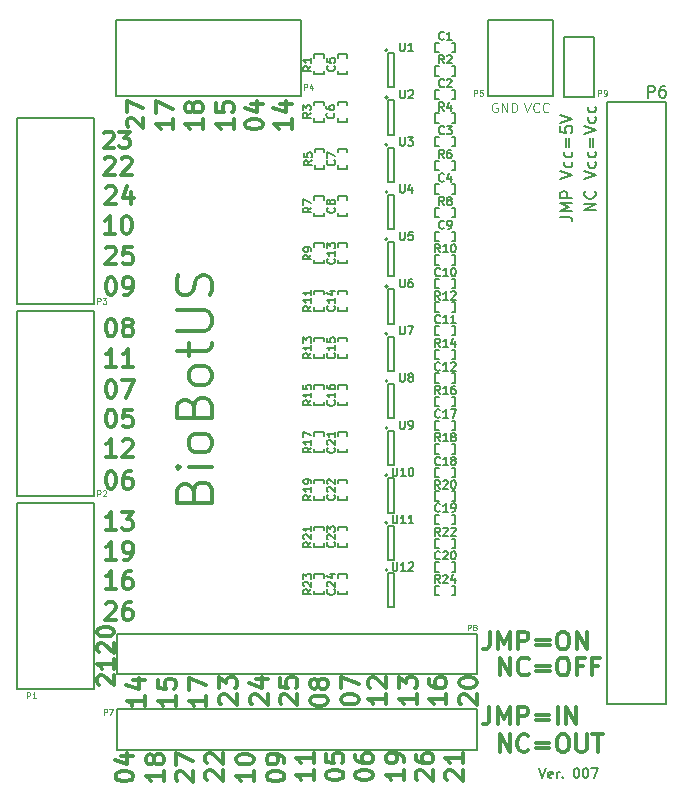
<source format=gto>
G04 #@! TF.FileFunction,Legend,Top*
%FSLAX46Y46*%
G04 Gerber Fmt 4.6, Leading zero omitted, Abs format (unit mm)*
G04 Created by KiCad (PCBNEW 4.0.4-stable) date 10/23/16 14:40:47*
%MOMM*%
%LPD*%
G01*
G04 APERTURE LIST*
%ADD10C,0.100000*%
%ADD11C,0.300000*%
%ADD12C,0.200000*%
%ADD13C,0.125000*%
%ADD14C,0.150000*%
%ADD15C,0.203200*%
%ADD16C,0.152400*%
G04 APERTURE END LIST*
D10*
D11*
X102900000Y-136078571D02*
X102900000Y-134578571D01*
X103757143Y-136078571D01*
X103757143Y-134578571D01*
X105328572Y-135935714D02*
X105257143Y-136007143D01*
X105042857Y-136078571D01*
X104900000Y-136078571D01*
X104685715Y-136007143D01*
X104542857Y-135864286D01*
X104471429Y-135721429D01*
X104400000Y-135435714D01*
X104400000Y-135221429D01*
X104471429Y-134935714D01*
X104542857Y-134792857D01*
X104685715Y-134650000D01*
X104900000Y-134578571D01*
X105042857Y-134578571D01*
X105257143Y-134650000D01*
X105328572Y-134721429D01*
X105971429Y-135292857D02*
X107114286Y-135292857D01*
X107114286Y-135721429D02*
X105971429Y-135721429D01*
X108114286Y-134578571D02*
X108400000Y-134578571D01*
X108542858Y-134650000D01*
X108685715Y-134792857D01*
X108757143Y-135078571D01*
X108757143Y-135578571D01*
X108685715Y-135864286D01*
X108542858Y-136007143D01*
X108400000Y-136078571D01*
X108114286Y-136078571D01*
X107971429Y-136007143D01*
X107828572Y-135864286D01*
X107757143Y-135578571D01*
X107757143Y-135078571D01*
X107828572Y-134792857D01*
X107971429Y-134650000D01*
X108114286Y-134578571D01*
X109400001Y-134578571D02*
X109400001Y-135792857D01*
X109471429Y-135935714D01*
X109542858Y-136007143D01*
X109685715Y-136078571D01*
X109971429Y-136078571D01*
X110114287Y-136007143D01*
X110185715Y-135935714D01*
X110257144Y-135792857D01*
X110257144Y-134578571D01*
X110757144Y-134578571D02*
X111614287Y-134578571D01*
X111185716Y-136078571D02*
X111185716Y-134578571D01*
D12*
X111052381Y-90207143D02*
X110052381Y-90207143D01*
X111052381Y-89635714D01*
X110052381Y-89635714D01*
X110957143Y-88588095D02*
X111004762Y-88635714D01*
X111052381Y-88778571D01*
X111052381Y-88873809D01*
X111004762Y-89016667D01*
X110909524Y-89111905D01*
X110814286Y-89159524D01*
X110623810Y-89207143D01*
X110480952Y-89207143D01*
X110290476Y-89159524D01*
X110195238Y-89111905D01*
X110100000Y-89016667D01*
X110052381Y-88873809D01*
X110052381Y-88778571D01*
X110100000Y-88635714D01*
X110147619Y-88588095D01*
X110052381Y-87540476D02*
X111052381Y-87207143D01*
X110052381Y-86873809D01*
X111004762Y-86111904D02*
X111052381Y-86207142D01*
X111052381Y-86397619D01*
X111004762Y-86492857D01*
X110957143Y-86540476D01*
X110861905Y-86588095D01*
X110576190Y-86588095D01*
X110480952Y-86540476D01*
X110433333Y-86492857D01*
X110385714Y-86397619D01*
X110385714Y-86207142D01*
X110433333Y-86111904D01*
X111004762Y-85254761D02*
X111052381Y-85349999D01*
X111052381Y-85540476D01*
X111004762Y-85635714D01*
X110957143Y-85683333D01*
X110861905Y-85730952D01*
X110576190Y-85730952D01*
X110480952Y-85683333D01*
X110433333Y-85635714D01*
X110385714Y-85540476D01*
X110385714Y-85349999D01*
X110433333Y-85254761D01*
X110528571Y-84826190D02*
X110528571Y-84064285D01*
X110814286Y-84064285D02*
X110814286Y-84826190D01*
X110052381Y-83730952D02*
X111052381Y-83397619D01*
X110052381Y-83064285D01*
X111004762Y-82302380D02*
X111052381Y-82397618D01*
X111052381Y-82588095D01*
X111004762Y-82683333D01*
X110957143Y-82730952D01*
X110861905Y-82778571D01*
X110576190Y-82778571D01*
X110480952Y-82730952D01*
X110433333Y-82683333D01*
X110385714Y-82588095D01*
X110385714Y-82397618D01*
X110433333Y-82302380D01*
X111004762Y-81445237D02*
X111052381Y-81540475D01*
X111052381Y-81730952D01*
X111004762Y-81826190D01*
X110957143Y-81873809D01*
X110861905Y-81921428D01*
X110576190Y-81921428D01*
X110480952Y-81873809D01*
X110433333Y-81826190D01*
X110385714Y-81730952D01*
X110385714Y-81540475D01*
X110433333Y-81445237D01*
X108052381Y-90769047D02*
X108766667Y-90769047D01*
X108909524Y-90816667D01*
X109004762Y-90911905D01*
X109052381Y-91054762D01*
X109052381Y-91150000D01*
X109052381Y-90292857D02*
X108052381Y-90292857D01*
X108766667Y-89959523D01*
X108052381Y-89626190D01*
X109052381Y-89626190D01*
X109052381Y-89150000D02*
X108052381Y-89150000D01*
X108052381Y-88769047D01*
X108100000Y-88673809D01*
X108147619Y-88626190D01*
X108242857Y-88578571D01*
X108385714Y-88578571D01*
X108480952Y-88626190D01*
X108528571Y-88673809D01*
X108576190Y-88769047D01*
X108576190Y-89150000D01*
X108052381Y-87530952D02*
X109052381Y-87197619D01*
X108052381Y-86864285D01*
X109004762Y-86102380D02*
X109052381Y-86197618D01*
X109052381Y-86388095D01*
X109004762Y-86483333D01*
X108957143Y-86530952D01*
X108861905Y-86578571D01*
X108576190Y-86578571D01*
X108480952Y-86530952D01*
X108433333Y-86483333D01*
X108385714Y-86388095D01*
X108385714Y-86197618D01*
X108433333Y-86102380D01*
X109004762Y-85245237D02*
X109052381Y-85340475D01*
X109052381Y-85530952D01*
X109004762Y-85626190D01*
X108957143Y-85673809D01*
X108861905Y-85721428D01*
X108576190Y-85721428D01*
X108480952Y-85673809D01*
X108433333Y-85626190D01*
X108385714Y-85530952D01*
X108385714Y-85340475D01*
X108433333Y-85245237D01*
X108528571Y-84816666D02*
X108528571Y-84054761D01*
X108814286Y-84054761D02*
X108814286Y-84816666D01*
X108052381Y-83102380D02*
X108052381Y-83578571D01*
X108528571Y-83626190D01*
X108480952Y-83578571D01*
X108433333Y-83483333D01*
X108433333Y-83245237D01*
X108480952Y-83149999D01*
X108528571Y-83102380D01*
X108623810Y-83054761D01*
X108861905Y-83054761D01*
X108957143Y-83102380D01*
X109004762Y-83149999D01*
X109052381Y-83245237D01*
X109052381Y-83483333D01*
X109004762Y-83578571D01*
X108957143Y-83626190D01*
X108052381Y-82769047D02*
X109052381Y-82435714D01*
X108052381Y-82102380D01*
X106254762Y-137461905D02*
X106521429Y-138261905D01*
X106788096Y-137461905D01*
X107359524Y-138223810D02*
X107283334Y-138261905D01*
X107130953Y-138261905D01*
X107054762Y-138223810D01*
X107016667Y-138147619D01*
X107016667Y-137842857D01*
X107054762Y-137766667D01*
X107130953Y-137728571D01*
X107283334Y-137728571D01*
X107359524Y-137766667D01*
X107397619Y-137842857D01*
X107397619Y-137919048D01*
X107016667Y-137995238D01*
X107740476Y-138261905D02*
X107740476Y-137728571D01*
X107740476Y-137880952D02*
X107778571Y-137804762D01*
X107816667Y-137766667D01*
X107892857Y-137728571D01*
X107969048Y-137728571D01*
X108235714Y-138185714D02*
X108273809Y-138223810D01*
X108235714Y-138261905D01*
X108197619Y-138223810D01*
X108235714Y-138185714D01*
X108235714Y-138261905D01*
X109378571Y-137461905D02*
X109454762Y-137461905D01*
X109530952Y-137500000D01*
X109569047Y-137538095D01*
X109607143Y-137614286D01*
X109645238Y-137766667D01*
X109645238Y-137957143D01*
X109607143Y-138109524D01*
X109569047Y-138185714D01*
X109530952Y-138223810D01*
X109454762Y-138261905D01*
X109378571Y-138261905D01*
X109302381Y-138223810D01*
X109264285Y-138185714D01*
X109226190Y-138109524D01*
X109188095Y-137957143D01*
X109188095Y-137766667D01*
X109226190Y-137614286D01*
X109264285Y-137538095D01*
X109302381Y-137500000D01*
X109378571Y-137461905D01*
X110140476Y-137461905D02*
X110216667Y-137461905D01*
X110292857Y-137500000D01*
X110330952Y-137538095D01*
X110369048Y-137614286D01*
X110407143Y-137766667D01*
X110407143Y-137957143D01*
X110369048Y-138109524D01*
X110330952Y-138185714D01*
X110292857Y-138223810D01*
X110216667Y-138261905D01*
X110140476Y-138261905D01*
X110064286Y-138223810D01*
X110026190Y-138185714D01*
X109988095Y-138109524D01*
X109950000Y-137957143D01*
X109950000Y-137766667D01*
X109988095Y-137614286D01*
X110026190Y-137538095D01*
X110064286Y-137500000D01*
X110140476Y-137461905D01*
X110673810Y-137461905D02*
X111207143Y-137461905D01*
X110864286Y-138261905D01*
D11*
X76985714Y-113971428D02*
X77128571Y-113542857D01*
X77271429Y-113400000D01*
X77557143Y-113257143D01*
X77985714Y-113257143D01*
X78271429Y-113400000D01*
X78414286Y-113542857D01*
X78557143Y-113828571D01*
X78557143Y-114971428D01*
X75557143Y-114971428D01*
X75557143Y-113971428D01*
X75700000Y-113685714D01*
X75842857Y-113542857D01*
X76128571Y-113400000D01*
X76414286Y-113400000D01*
X76700000Y-113542857D01*
X76842857Y-113685714D01*
X76985714Y-113971428D01*
X76985714Y-114971428D01*
X78557143Y-111971428D02*
X76557143Y-111971428D01*
X75557143Y-111971428D02*
X75700000Y-112114285D01*
X75842857Y-111971428D01*
X75700000Y-111828571D01*
X75557143Y-111971428D01*
X75842857Y-111971428D01*
X78557143Y-110114286D02*
X78414286Y-110400000D01*
X78271429Y-110542857D01*
X77985714Y-110685714D01*
X77128571Y-110685714D01*
X76842857Y-110542857D01*
X76700000Y-110400000D01*
X76557143Y-110114286D01*
X76557143Y-109685714D01*
X76700000Y-109400000D01*
X76842857Y-109257143D01*
X77128571Y-109114286D01*
X77985714Y-109114286D01*
X78271429Y-109257143D01*
X78414286Y-109400000D01*
X78557143Y-109685714D01*
X78557143Y-110114286D01*
X76985714Y-106828571D02*
X77128571Y-106400000D01*
X77271429Y-106257143D01*
X77557143Y-106114286D01*
X77985714Y-106114286D01*
X78271429Y-106257143D01*
X78414286Y-106400000D01*
X78557143Y-106685714D01*
X78557143Y-107828571D01*
X75557143Y-107828571D01*
X75557143Y-106828571D01*
X75700000Y-106542857D01*
X75842857Y-106400000D01*
X76128571Y-106257143D01*
X76414286Y-106257143D01*
X76700000Y-106400000D01*
X76842857Y-106542857D01*
X76985714Y-106828571D01*
X76985714Y-107828571D01*
X78557143Y-104400000D02*
X78414286Y-104685714D01*
X78271429Y-104828571D01*
X77985714Y-104971428D01*
X77128571Y-104971428D01*
X76842857Y-104828571D01*
X76700000Y-104685714D01*
X76557143Y-104400000D01*
X76557143Y-103971428D01*
X76700000Y-103685714D01*
X76842857Y-103542857D01*
X77128571Y-103400000D01*
X77985714Y-103400000D01*
X78271429Y-103542857D01*
X78414286Y-103685714D01*
X78557143Y-103971428D01*
X78557143Y-104400000D01*
X76557143Y-102542857D02*
X76557143Y-101400000D01*
X75557143Y-102114285D02*
X78128571Y-102114285D01*
X78414286Y-101971428D01*
X78557143Y-101685714D01*
X78557143Y-101400000D01*
X75557143Y-100399999D02*
X77985714Y-100399999D01*
X78271429Y-100257142D01*
X78414286Y-100114285D01*
X78557143Y-99828571D01*
X78557143Y-99257142D01*
X78414286Y-98971428D01*
X78271429Y-98828571D01*
X77985714Y-98685714D01*
X75557143Y-98685714D01*
X78414286Y-97399999D02*
X78557143Y-96971428D01*
X78557143Y-96257142D01*
X78414286Y-95971428D01*
X78271429Y-95828571D01*
X77985714Y-95685714D01*
X77700000Y-95685714D01*
X77414286Y-95828571D01*
X77271429Y-95971428D01*
X77128571Y-96257142D01*
X76985714Y-96828571D01*
X76842857Y-97114285D01*
X76700000Y-97257142D01*
X76414286Y-97399999D01*
X76128571Y-97399999D01*
X75842857Y-97257142D01*
X75700000Y-97114285D01*
X75557143Y-96828571D01*
X75557143Y-96114285D01*
X75700000Y-95685714D01*
X102035714Y-132228571D02*
X102035714Y-133300000D01*
X101964286Y-133514286D01*
X101821429Y-133657143D01*
X101607143Y-133728571D01*
X101464286Y-133728571D01*
X102750000Y-133728571D02*
X102750000Y-132228571D01*
X103250000Y-133300000D01*
X103750000Y-132228571D01*
X103750000Y-133728571D01*
X104464286Y-133728571D02*
X104464286Y-132228571D01*
X105035714Y-132228571D01*
X105178572Y-132300000D01*
X105250000Y-132371429D01*
X105321429Y-132514286D01*
X105321429Y-132728571D01*
X105250000Y-132871429D01*
X105178572Y-132942857D01*
X105035714Y-133014286D01*
X104464286Y-133014286D01*
X105964286Y-132942857D02*
X107107143Y-132942857D01*
X107107143Y-133371429D02*
X105964286Y-133371429D01*
X107821429Y-133728571D02*
X107821429Y-132228571D01*
X108535715Y-133728571D02*
X108535715Y-132228571D01*
X109392858Y-133728571D01*
X109392858Y-132228571D01*
X102921429Y-129578571D02*
X102921429Y-128078571D01*
X103778572Y-129578571D01*
X103778572Y-128078571D01*
X105350001Y-129435714D02*
X105278572Y-129507143D01*
X105064286Y-129578571D01*
X104921429Y-129578571D01*
X104707144Y-129507143D01*
X104564286Y-129364286D01*
X104492858Y-129221429D01*
X104421429Y-128935714D01*
X104421429Y-128721429D01*
X104492858Y-128435714D01*
X104564286Y-128292857D01*
X104707144Y-128150000D01*
X104921429Y-128078571D01*
X105064286Y-128078571D01*
X105278572Y-128150000D01*
X105350001Y-128221429D01*
X105992858Y-128792857D02*
X107135715Y-128792857D01*
X107135715Y-129221429D02*
X105992858Y-129221429D01*
X108135715Y-128078571D02*
X108421429Y-128078571D01*
X108564287Y-128150000D01*
X108707144Y-128292857D01*
X108778572Y-128578571D01*
X108778572Y-129078571D01*
X108707144Y-129364286D01*
X108564287Y-129507143D01*
X108421429Y-129578571D01*
X108135715Y-129578571D01*
X107992858Y-129507143D01*
X107850001Y-129364286D01*
X107778572Y-129078571D01*
X107778572Y-128578571D01*
X107850001Y-128292857D01*
X107992858Y-128150000D01*
X108135715Y-128078571D01*
X109921430Y-128792857D02*
X109421430Y-128792857D01*
X109421430Y-129578571D02*
X109421430Y-128078571D01*
X110135716Y-128078571D01*
X111207144Y-128792857D02*
X110707144Y-128792857D01*
X110707144Y-129578571D02*
X110707144Y-128078571D01*
X111421430Y-128078571D01*
X102057142Y-125878571D02*
X102057142Y-126950000D01*
X101985714Y-127164286D01*
X101842857Y-127307143D01*
X101628571Y-127378571D01*
X101485714Y-127378571D01*
X102771428Y-127378571D02*
X102771428Y-125878571D01*
X103271428Y-126950000D01*
X103771428Y-125878571D01*
X103771428Y-127378571D01*
X104485714Y-127378571D02*
X104485714Y-125878571D01*
X105057142Y-125878571D01*
X105200000Y-125950000D01*
X105271428Y-126021429D01*
X105342857Y-126164286D01*
X105342857Y-126378571D01*
X105271428Y-126521429D01*
X105200000Y-126592857D01*
X105057142Y-126664286D01*
X104485714Y-126664286D01*
X105985714Y-126592857D02*
X107128571Y-126592857D01*
X107128571Y-127021429D02*
X105985714Y-127021429D01*
X108128571Y-125878571D02*
X108414285Y-125878571D01*
X108557143Y-125950000D01*
X108700000Y-126092857D01*
X108771428Y-126378571D01*
X108771428Y-126878571D01*
X108700000Y-127164286D01*
X108557143Y-127307143D01*
X108414285Y-127378571D01*
X108128571Y-127378571D01*
X107985714Y-127307143D01*
X107842857Y-127164286D01*
X107771428Y-126878571D01*
X107771428Y-126378571D01*
X107842857Y-126092857D01*
X107985714Y-125950000D01*
X108128571Y-125878571D01*
X109414286Y-127378571D02*
X109414286Y-125878571D01*
X110271429Y-127378571D01*
X110271429Y-125878571D01*
D13*
X104983333Y-81111905D02*
X105250000Y-81911905D01*
X105516667Y-81111905D01*
X106240476Y-81835714D02*
X106202381Y-81873810D01*
X106088095Y-81911905D01*
X106011905Y-81911905D01*
X105897619Y-81873810D01*
X105821428Y-81797619D01*
X105783333Y-81721429D01*
X105745238Y-81569048D01*
X105745238Y-81454762D01*
X105783333Y-81302381D01*
X105821428Y-81226190D01*
X105897619Y-81150000D01*
X106011905Y-81111905D01*
X106088095Y-81111905D01*
X106202381Y-81150000D01*
X106240476Y-81188095D01*
X107040476Y-81835714D02*
X107002381Y-81873810D01*
X106888095Y-81911905D01*
X106811905Y-81911905D01*
X106697619Y-81873810D01*
X106621428Y-81797619D01*
X106583333Y-81721429D01*
X106545238Y-81569048D01*
X106545238Y-81454762D01*
X106583333Y-81302381D01*
X106621428Y-81226190D01*
X106697619Y-81150000D01*
X106811905Y-81111905D01*
X106888095Y-81111905D01*
X107002381Y-81150000D01*
X107040476Y-81188095D01*
X102690477Y-81150000D02*
X102614286Y-81111905D01*
X102500001Y-81111905D01*
X102385715Y-81150000D01*
X102309524Y-81226190D01*
X102271429Y-81302381D01*
X102233334Y-81454762D01*
X102233334Y-81569048D01*
X102271429Y-81721429D01*
X102309524Y-81797619D01*
X102385715Y-81873810D01*
X102500001Y-81911905D01*
X102576191Y-81911905D01*
X102690477Y-81873810D01*
X102728572Y-81835714D01*
X102728572Y-81569048D01*
X102576191Y-81569048D01*
X103071429Y-81911905D02*
X103071429Y-81111905D01*
X103528572Y-81911905D01*
X103528572Y-81111905D01*
X103909524Y-81911905D02*
X103909524Y-81111905D01*
X104100000Y-81111905D01*
X104214286Y-81150000D01*
X104290477Y-81226190D01*
X104328572Y-81302381D01*
X104366667Y-81454762D01*
X104366667Y-81569048D01*
X104328572Y-81721429D01*
X104290477Y-81797619D01*
X104214286Y-81873810D01*
X104100000Y-81911905D01*
X103909524Y-81911905D01*
D11*
X98421429Y-138442857D02*
X98350000Y-138371428D01*
X98278571Y-138228571D01*
X98278571Y-137871428D01*
X98350000Y-137728571D01*
X98421429Y-137657142D01*
X98564286Y-137585714D01*
X98707143Y-137585714D01*
X98921429Y-137657142D01*
X99778571Y-138514285D01*
X99778571Y-137585714D01*
X99778571Y-136157143D02*
X99778571Y-137014286D01*
X99778571Y-136585714D02*
X98278571Y-136585714D01*
X98492857Y-136728571D01*
X98635714Y-136871429D01*
X98707143Y-137014286D01*
X99621429Y-132042857D02*
X99550000Y-131971428D01*
X99478571Y-131828571D01*
X99478571Y-131471428D01*
X99550000Y-131328571D01*
X99621429Y-131257142D01*
X99764286Y-131185714D01*
X99907143Y-131185714D01*
X100121429Y-131257142D01*
X100978571Y-132114285D01*
X100978571Y-131185714D01*
X99478571Y-130257143D02*
X99478571Y-130114286D01*
X99550000Y-129971429D01*
X99621429Y-129900000D01*
X99764286Y-129828571D01*
X100050000Y-129757143D01*
X100407143Y-129757143D01*
X100692857Y-129828571D01*
X100835714Y-129900000D01*
X100907143Y-129971429D01*
X100978571Y-130114286D01*
X100978571Y-130257143D01*
X100907143Y-130400000D01*
X100835714Y-130471429D01*
X100692857Y-130542857D01*
X100407143Y-130614286D01*
X100050000Y-130614286D01*
X99764286Y-130542857D01*
X99621429Y-130471429D01*
X99550000Y-130400000D01*
X99478571Y-130257143D01*
X98378571Y-131185714D02*
X98378571Y-132042857D01*
X98378571Y-131614285D02*
X96878571Y-131614285D01*
X97092857Y-131757142D01*
X97235714Y-131900000D01*
X97307143Y-132042857D01*
X96878571Y-129900000D02*
X96878571Y-130185714D01*
X96950000Y-130328571D01*
X97021429Y-130400000D01*
X97235714Y-130542857D01*
X97521429Y-130614286D01*
X98092857Y-130614286D01*
X98235714Y-130542857D01*
X98307143Y-130471429D01*
X98378571Y-130328571D01*
X98378571Y-130042857D01*
X98307143Y-129900000D01*
X98235714Y-129828571D01*
X98092857Y-129757143D01*
X97735714Y-129757143D01*
X97592857Y-129828571D01*
X97521429Y-129900000D01*
X97450000Y-130042857D01*
X97450000Y-130328571D01*
X97521429Y-130471429D01*
X97592857Y-130542857D01*
X97735714Y-130614286D01*
X95921429Y-138442857D02*
X95850000Y-138371428D01*
X95778571Y-138228571D01*
X95778571Y-137871428D01*
X95850000Y-137728571D01*
X95921429Y-137657142D01*
X96064286Y-137585714D01*
X96207143Y-137585714D01*
X96421429Y-137657142D01*
X97278571Y-138514285D01*
X97278571Y-137585714D01*
X95778571Y-136300000D02*
X95778571Y-136585714D01*
X95850000Y-136728571D01*
X95921429Y-136800000D01*
X96135714Y-136942857D01*
X96421429Y-137014286D01*
X96992857Y-137014286D01*
X97135714Y-136942857D01*
X97207143Y-136871429D01*
X97278571Y-136728571D01*
X97278571Y-136442857D01*
X97207143Y-136300000D01*
X97135714Y-136228571D01*
X96992857Y-136157143D01*
X96635714Y-136157143D01*
X96492857Y-136228571D01*
X96421429Y-136300000D01*
X96350000Y-136442857D01*
X96350000Y-136728571D01*
X96421429Y-136871429D01*
X96492857Y-136942857D01*
X96635714Y-137014286D01*
X95878571Y-131185714D02*
X95878571Y-132042857D01*
X95878571Y-131614285D02*
X94378571Y-131614285D01*
X94592857Y-131757142D01*
X94735714Y-131900000D01*
X94807143Y-132042857D01*
X94378571Y-130685714D02*
X94378571Y-129757143D01*
X94950000Y-130257143D01*
X94950000Y-130042857D01*
X95021429Y-129900000D01*
X95092857Y-129828571D01*
X95235714Y-129757143D01*
X95592857Y-129757143D01*
X95735714Y-129828571D01*
X95807143Y-129900000D01*
X95878571Y-130042857D01*
X95878571Y-130471429D01*
X95807143Y-130614286D01*
X95735714Y-130685714D01*
X94778571Y-137585714D02*
X94778571Y-138442857D01*
X94778571Y-138014285D02*
X93278571Y-138014285D01*
X93492857Y-138157142D01*
X93635714Y-138300000D01*
X93707143Y-138442857D01*
X94778571Y-136871429D02*
X94778571Y-136585714D01*
X94707143Y-136442857D01*
X94635714Y-136371429D01*
X94421429Y-136228571D01*
X94135714Y-136157143D01*
X93564286Y-136157143D01*
X93421429Y-136228571D01*
X93350000Y-136300000D01*
X93278571Y-136442857D01*
X93278571Y-136728571D01*
X93350000Y-136871429D01*
X93421429Y-136942857D01*
X93564286Y-137014286D01*
X93921429Y-137014286D01*
X94064286Y-136942857D01*
X94135714Y-136871429D01*
X94207143Y-136728571D01*
X94207143Y-136442857D01*
X94135714Y-136300000D01*
X94064286Y-136228571D01*
X93921429Y-136157143D01*
X93278571Y-131185714D02*
X93278571Y-132042857D01*
X93278571Y-131614285D02*
X91778571Y-131614285D01*
X91992857Y-131757142D01*
X92135714Y-131900000D01*
X92207143Y-132042857D01*
X91921429Y-130614286D02*
X91850000Y-130542857D01*
X91778571Y-130400000D01*
X91778571Y-130042857D01*
X91850000Y-129900000D01*
X91921429Y-129828571D01*
X92064286Y-129757143D01*
X92207143Y-129757143D01*
X92421429Y-129828571D01*
X93278571Y-130685714D01*
X93278571Y-129757143D01*
X90678571Y-138085714D02*
X90678571Y-137942857D01*
X90750000Y-137800000D01*
X90821429Y-137728571D01*
X90964286Y-137657142D01*
X91250000Y-137585714D01*
X91607143Y-137585714D01*
X91892857Y-137657142D01*
X92035714Y-137728571D01*
X92107143Y-137800000D01*
X92178571Y-137942857D01*
X92178571Y-138085714D01*
X92107143Y-138228571D01*
X92035714Y-138300000D01*
X91892857Y-138371428D01*
X91607143Y-138442857D01*
X91250000Y-138442857D01*
X90964286Y-138371428D01*
X90821429Y-138300000D01*
X90750000Y-138228571D01*
X90678571Y-138085714D01*
X90678571Y-136300000D02*
X90678571Y-136585714D01*
X90750000Y-136728571D01*
X90821429Y-136800000D01*
X91035714Y-136942857D01*
X91321429Y-137014286D01*
X91892857Y-137014286D01*
X92035714Y-136942857D01*
X92107143Y-136871429D01*
X92178571Y-136728571D01*
X92178571Y-136442857D01*
X92107143Y-136300000D01*
X92035714Y-136228571D01*
X91892857Y-136157143D01*
X91535714Y-136157143D01*
X91392857Y-136228571D01*
X91321429Y-136300000D01*
X91250000Y-136442857D01*
X91250000Y-136728571D01*
X91321429Y-136871429D01*
X91392857Y-136942857D01*
X91535714Y-137014286D01*
X89478571Y-131685714D02*
X89478571Y-131542857D01*
X89550000Y-131400000D01*
X89621429Y-131328571D01*
X89764286Y-131257142D01*
X90050000Y-131185714D01*
X90407143Y-131185714D01*
X90692857Y-131257142D01*
X90835714Y-131328571D01*
X90907143Y-131400000D01*
X90978571Y-131542857D01*
X90978571Y-131685714D01*
X90907143Y-131828571D01*
X90835714Y-131900000D01*
X90692857Y-131971428D01*
X90407143Y-132042857D01*
X90050000Y-132042857D01*
X89764286Y-131971428D01*
X89621429Y-131900000D01*
X89550000Y-131828571D01*
X89478571Y-131685714D01*
X89478571Y-130685714D02*
X89478571Y-129685714D01*
X90978571Y-130328571D01*
X88178571Y-138085714D02*
X88178571Y-137942857D01*
X88250000Y-137800000D01*
X88321429Y-137728571D01*
X88464286Y-137657142D01*
X88750000Y-137585714D01*
X89107143Y-137585714D01*
X89392857Y-137657142D01*
X89535714Y-137728571D01*
X89607143Y-137800000D01*
X89678571Y-137942857D01*
X89678571Y-138085714D01*
X89607143Y-138228571D01*
X89535714Y-138300000D01*
X89392857Y-138371428D01*
X89107143Y-138442857D01*
X88750000Y-138442857D01*
X88464286Y-138371428D01*
X88321429Y-138300000D01*
X88250000Y-138228571D01*
X88178571Y-138085714D01*
X88178571Y-136228571D02*
X88178571Y-136942857D01*
X88892857Y-137014286D01*
X88821429Y-136942857D01*
X88750000Y-136800000D01*
X88750000Y-136442857D01*
X88821429Y-136300000D01*
X88892857Y-136228571D01*
X89035714Y-136157143D01*
X89392857Y-136157143D01*
X89535714Y-136228571D01*
X89607143Y-136300000D01*
X89678571Y-136442857D01*
X89678571Y-136800000D01*
X89607143Y-136942857D01*
X89535714Y-137014286D01*
X86878571Y-131785714D02*
X86878571Y-131642857D01*
X86950000Y-131500000D01*
X87021429Y-131428571D01*
X87164286Y-131357142D01*
X87450000Y-131285714D01*
X87807143Y-131285714D01*
X88092857Y-131357142D01*
X88235714Y-131428571D01*
X88307143Y-131500000D01*
X88378571Y-131642857D01*
X88378571Y-131785714D01*
X88307143Y-131928571D01*
X88235714Y-132000000D01*
X88092857Y-132071428D01*
X87807143Y-132142857D01*
X87450000Y-132142857D01*
X87164286Y-132071428D01*
X87021429Y-132000000D01*
X86950000Y-131928571D01*
X86878571Y-131785714D01*
X87521429Y-130428571D02*
X87450000Y-130571429D01*
X87378571Y-130642857D01*
X87235714Y-130714286D01*
X87164286Y-130714286D01*
X87021429Y-130642857D01*
X86950000Y-130571429D01*
X86878571Y-130428571D01*
X86878571Y-130142857D01*
X86950000Y-130000000D01*
X87021429Y-129928571D01*
X87164286Y-129857143D01*
X87235714Y-129857143D01*
X87378571Y-129928571D01*
X87450000Y-130000000D01*
X87521429Y-130142857D01*
X87521429Y-130428571D01*
X87592857Y-130571429D01*
X87664286Y-130642857D01*
X87807143Y-130714286D01*
X88092857Y-130714286D01*
X88235714Y-130642857D01*
X88307143Y-130571429D01*
X88378571Y-130428571D01*
X88378571Y-130142857D01*
X88307143Y-130000000D01*
X88235714Y-129928571D01*
X88092857Y-129857143D01*
X87807143Y-129857143D01*
X87664286Y-129928571D01*
X87592857Y-130000000D01*
X87521429Y-130142857D01*
X87178571Y-137585714D02*
X87178571Y-138442857D01*
X87178571Y-138014285D02*
X85678571Y-138014285D01*
X85892857Y-138157142D01*
X86035714Y-138300000D01*
X86107143Y-138442857D01*
X87178571Y-136157143D02*
X87178571Y-137014286D01*
X87178571Y-136585714D02*
X85678571Y-136585714D01*
X85892857Y-136728571D01*
X86035714Y-136871429D01*
X86107143Y-137014286D01*
X84421429Y-132042857D02*
X84350000Y-131971428D01*
X84278571Y-131828571D01*
X84278571Y-131471428D01*
X84350000Y-131328571D01*
X84421429Y-131257142D01*
X84564286Y-131185714D01*
X84707143Y-131185714D01*
X84921429Y-131257142D01*
X85778571Y-132114285D01*
X85778571Y-131185714D01*
X84278571Y-129828571D02*
X84278571Y-130542857D01*
X84992857Y-130614286D01*
X84921429Y-130542857D01*
X84850000Y-130400000D01*
X84850000Y-130042857D01*
X84921429Y-129900000D01*
X84992857Y-129828571D01*
X85135714Y-129757143D01*
X85492857Y-129757143D01*
X85635714Y-129828571D01*
X85707143Y-129900000D01*
X85778571Y-130042857D01*
X85778571Y-130400000D01*
X85707143Y-130542857D01*
X85635714Y-130614286D01*
X83178571Y-138185714D02*
X83178571Y-138042857D01*
X83250000Y-137900000D01*
X83321429Y-137828571D01*
X83464286Y-137757142D01*
X83750000Y-137685714D01*
X84107143Y-137685714D01*
X84392857Y-137757142D01*
X84535714Y-137828571D01*
X84607143Y-137900000D01*
X84678571Y-138042857D01*
X84678571Y-138185714D01*
X84607143Y-138328571D01*
X84535714Y-138400000D01*
X84392857Y-138471428D01*
X84107143Y-138542857D01*
X83750000Y-138542857D01*
X83464286Y-138471428D01*
X83321429Y-138400000D01*
X83250000Y-138328571D01*
X83178571Y-138185714D01*
X84678571Y-136971429D02*
X84678571Y-136685714D01*
X84607143Y-136542857D01*
X84535714Y-136471429D01*
X84321429Y-136328571D01*
X84035714Y-136257143D01*
X83464286Y-136257143D01*
X83321429Y-136328571D01*
X83250000Y-136400000D01*
X83178571Y-136542857D01*
X83178571Y-136828571D01*
X83250000Y-136971429D01*
X83321429Y-137042857D01*
X83464286Y-137114286D01*
X83821429Y-137114286D01*
X83964286Y-137042857D01*
X84035714Y-136971429D01*
X84107143Y-136828571D01*
X84107143Y-136542857D01*
X84035714Y-136400000D01*
X83964286Y-136328571D01*
X83821429Y-136257143D01*
X81921429Y-132042857D02*
X81850000Y-131971428D01*
X81778571Y-131828571D01*
X81778571Y-131471428D01*
X81850000Y-131328571D01*
X81921429Y-131257142D01*
X82064286Y-131185714D01*
X82207143Y-131185714D01*
X82421429Y-131257142D01*
X83278571Y-132114285D01*
X83278571Y-131185714D01*
X82278571Y-129900000D02*
X83278571Y-129900000D01*
X81707143Y-130257143D02*
X82778571Y-130614286D01*
X82778571Y-129685714D01*
X82078571Y-137685714D02*
X82078571Y-138542857D01*
X82078571Y-138114285D02*
X80578571Y-138114285D01*
X80792857Y-138257142D01*
X80935714Y-138400000D01*
X81007143Y-138542857D01*
X80578571Y-136757143D02*
X80578571Y-136614286D01*
X80650000Y-136471429D01*
X80721429Y-136400000D01*
X80864286Y-136328571D01*
X81150000Y-136257143D01*
X81507143Y-136257143D01*
X81792857Y-136328571D01*
X81935714Y-136400000D01*
X82007143Y-136471429D01*
X82078571Y-136614286D01*
X82078571Y-136757143D01*
X82007143Y-136900000D01*
X81935714Y-136971429D01*
X81792857Y-137042857D01*
X81507143Y-137114286D01*
X81150000Y-137114286D01*
X80864286Y-137042857D01*
X80721429Y-136971429D01*
X80650000Y-136900000D01*
X80578571Y-136757143D01*
X79321429Y-132042857D02*
X79250000Y-131971428D01*
X79178571Y-131828571D01*
X79178571Y-131471428D01*
X79250000Y-131328571D01*
X79321429Y-131257142D01*
X79464286Y-131185714D01*
X79607143Y-131185714D01*
X79821429Y-131257142D01*
X80678571Y-132114285D01*
X80678571Y-131185714D01*
X79178571Y-130685714D02*
X79178571Y-129757143D01*
X79750000Y-130257143D01*
X79750000Y-130042857D01*
X79821429Y-129900000D01*
X79892857Y-129828571D01*
X80035714Y-129757143D01*
X80392857Y-129757143D01*
X80535714Y-129828571D01*
X80607143Y-129900000D01*
X80678571Y-130042857D01*
X80678571Y-130471429D01*
X80607143Y-130614286D01*
X80535714Y-130685714D01*
X78121429Y-138442857D02*
X78050000Y-138371428D01*
X77978571Y-138228571D01*
X77978571Y-137871428D01*
X78050000Y-137728571D01*
X78121429Y-137657142D01*
X78264286Y-137585714D01*
X78407143Y-137585714D01*
X78621429Y-137657142D01*
X79478571Y-138514285D01*
X79478571Y-137585714D01*
X78121429Y-137014286D02*
X78050000Y-136942857D01*
X77978571Y-136800000D01*
X77978571Y-136442857D01*
X78050000Y-136300000D01*
X78121429Y-136228571D01*
X78264286Y-136157143D01*
X78407143Y-136157143D01*
X78621429Y-136228571D01*
X79478571Y-137085714D01*
X79478571Y-136157143D01*
X78078571Y-131285714D02*
X78078571Y-132142857D01*
X78078571Y-131714285D02*
X76578571Y-131714285D01*
X76792857Y-131857142D01*
X76935714Y-132000000D01*
X77007143Y-132142857D01*
X76578571Y-130785714D02*
X76578571Y-129785714D01*
X78078571Y-130428571D01*
X75621429Y-138542857D02*
X75550000Y-138471428D01*
X75478571Y-138328571D01*
X75478571Y-137971428D01*
X75550000Y-137828571D01*
X75621429Y-137757142D01*
X75764286Y-137685714D01*
X75907143Y-137685714D01*
X76121429Y-137757142D01*
X76978571Y-138614285D01*
X76978571Y-137685714D01*
X75478571Y-137185714D02*
X75478571Y-136185714D01*
X76978571Y-136828571D01*
X75478571Y-131285714D02*
X75478571Y-132142857D01*
X75478571Y-131714285D02*
X73978571Y-131714285D01*
X74192857Y-131857142D01*
X74335714Y-132000000D01*
X74407143Y-132142857D01*
X73978571Y-129928571D02*
X73978571Y-130642857D01*
X74692857Y-130714286D01*
X74621429Y-130642857D01*
X74550000Y-130500000D01*
X74550000Y-130142857D01*
X74621429Y-130000000D01*
X74692857Y-129928571D01*
X74835714Y-129857143D01*
X75192857Y-129857143D01*
X75335714Y-129928571D01*
X75407143Y-130000000D01*
X75478571Y-130142857D01*
X75478571Y-130500000D01*
X75407143Y-130642857D01*
X75335714Y-130714286D01*
X74478571Y-137685714D02*
X74478571Y-138542857D01*
X74478571Y-138114285D02*
X72978571Y-138114285D01*
X73192857Y-138257142D01*
X73335714Y-138400000D01*
X73407143Y-138542857D01*
X73621429Y-136828571D02*
X73550000Y-136971429D01*
X73478571Y-137042857D01*
X73335714Y-137114286D01*
X73264286Y-137114286D01*
X73121429Y-137042857D01*
X73050000Y-136971429D01*
X72978571Y-136828571D01*
X72978571Y-136542857D01*
X73050000Y-136400000D01*
X73121429Y-136328571D01*
X73264286Y-136257143D01*
X73335714Y-136257143D01*
X73478571Y-136328571D01*
X73550000Y-136400000D01*
X73621429Y-136542857D01*
X73621429Y-136828571D01*
X73692857Y-136971429D01*
X73764286Y-137042857D01*
X73907143Y-137114286D01*
X74192857Y-137114286D01*
X74335714Y-137042857D01*
X74407143Y-136971429D01*
X74478571Y-136828571D01*
X74478571Y-136542857D01*
X74407143Y-136400000D01*
X74335714Y-136328571D01*
X74192857Y-136257143D01*
X73907143Y-136257143D01*
X73764286Y-136328571D01*
X73692857Y-136400000D01*
X73621429Y-136542857D01*
X72878571Y-131285714D02*
X72878571Y-132142857D01*
X72878571Y-131714285D02*
X71378571Y-131714285D01*
X71592857Y-131857142D01*
X71735714Y-132000000D01*
X71807143Y-132142857D01*
X71878571Y-130000000D02*
X72878571Y-130000000D01*
X71307143Y-130357143D02*
X72378571Y-130714286D01*
X72378571Y-129785714D01*
X70378571Y-138185714D02*
X70378571Y-138042857D01*
X70450000Y-137900000D01*
X70521429Y-137828571D01*
X70664286Y-137757142D01*
X70950000Y-137685714D01*
X71307143Y-137685714D01*
X71592857Y-137757142D01*
X71735714Y-137828571D01*
X71807143Y-137900000D01*
X71878571Y-138042857D01*
X71878571Y-138185714D01*
X71807143Y-138328571D01*
X71735714Y-138400000D01*
X71592857Y-138471428D01*
X71307143Y-138542857D01*
X70950000Y-138542857D01*
X70664286Y-138471428D01*
X70521429Y-138400000D01*
X70450000Y-138328571D01*
X70378571Y-138185714D01*
X70878571Y-136400000D02*
X71878571Y-136400000D01*
X70307143Y-136757143D02*
X71378571Y-137114286D01*
X71378571Y-136185714D01*
X68966667Y-130366666D02*
X68900000Y-130300000D01*
X68833333Y-130166666D01*
X68833333Y-129833333D01*
X68900000Y-129700000D01*
X68966667Y-129633333D01*
X69100000Y-129566666D01*
X69233333Y-129566666D01*
X69433333Y-129633333D01*
X70233333Y-130433333D01*
X70233333Y-129566666D01*
X70233333Y-128233333D02*
X70233333Y-129033333D01*
X70233333Y-128633333D02*
X68833333Y-128633333D01*
X69033333Y-128766667D01*
X69166667Y-128900000D01*
X69233333Y-129033333D01*
X68966667Y-127616666D02*
X68900000Y-127550000D01*
X68833333Y-127416666D01*
X68833333Y-127083333D01*
X68900000Y-126950000D01*
X68966667Y-126883333D01*
X69100000Y-126816666D01*
X69233333Y-126816666D01*
X69433333Y-126883333D01*
X70233333Y-127683333D01*
X70233333Y-126816666D01*
X68833333Y-125950000D02*
X68833333Y-125816667D01*
X68900000Y-125683333D01*
X68966667Y-125616667D01*
X69100000Y-125550000D01*
X69366667Y-125483333D01*
X69700000Y-125483333D01*
X69966667Y-125550000D01*
X70100000Y-125616667D01*
X70166667Y-125683333D01*
X70233333Y-125816667D01*
X70233333Y-125950000D01*
X70166667Y-126083333D01*
X70100000Y-126150000D01*
X69966667Y-126216667D01*
X69700000Y-126283333D01*
X69366667Y-126283333D01*
X69100000Y-126216667D01*
X68966667Y-126150000D01*
X68900000Y-126083333D01*
X68833333Y-125950000D01*
X69557143Y-123521429D02*
X69628572Y-123450000D01*
X69771429Y-123378571D01*
X70128572Y-123378571D01*
X70271429Y-123450000D01*
X70342858Y-123521429D01*
X70414286Y-123664286D01*
X70414286Y-123807143D01*
X70342858Y-124021429D01*
X69485715Y-124878571D01*
X70414286Y-124878571D01*
X71700000Y-123378571D02*
X71414286Y-123378571D01*
X71271429Y-123450000D01*
X71200000Y-123521429D01*
X71057143Y-123735714D01*
X70985714Y-124021429D01*
X70985714Y-124592857D01*
X71057143Y-124735714D01*
X71128571Y-124807143D01*
X71271429Y-124878571D01*
X71557143Y-124878571D01*
X71700000Y-124807143D01*
X71771429Y-124735714D01*
X71842857Y-124592857D01*
X71842857Y-124235714D01*
X71771429Y-124092857D01*
X71700000Y-124021429D01*
X71557143Y-123950000D01*
X71271429Y-123950000D01*
X71128571Y-124021429D01*
X71057143Y-124092857D01*
X70985714Y-124235714D01*
X70414286Y-122278571D02*
X69557143Y-122278571D01*
X69985715Y-122278571D02*
X69985715Y-120778571D01*
X69842858Y-120992857D01*
X69700000Y-121135714D01*
X69557143Y-121207143D01*
X71700000Y-120778571D02*
X71414286Y-120778571D01*
X71271429Y-120850000D01*
X71200000Y-120921429D01*
X71057143Y-121135714D01*
X70985714Y-121421429D01*
X70985714Y-121992857D01*
X71057143Y-122135714D01*
X71128571Y-122207143D01*
X71271429Y-122278571D01*
X71557143Y-122278571D01*
X71700000Y-122207143D01*
X71771429Y-122135714D01*
X71842857Y-121992857D01*
X71842857Y-121635714D01*
X71771429Y-121492857D01*
X71700000Y-121421429D01*
X71557143Y-121350000D01*
X71271429Y-121350000D01*
X71128571Y-121421429D01*
X71057143Y-121492857D01*
X70985714Y-121635714D01*
X70414286Y-119778571D02*
X69557143Y-119778571D01*
X69985715Y-119778571D02*
X69985715Y-118278571D01*
X69842858Y-118492857D01*
X69700000Y-118635714D01*
X69557143Y-118707143D01*
X71128571Y-119778571D02*
X71414286Y-119778571D01*
X71557143Y-119707143D01*
X71628571Y-119635714D01*
X71771429Y-119421429D01*
X71842857Y-119135714D01*
X71842857Y-118564286D01*
X71771429Y-118421429D01*
X71700000Y-118350000D01*
X71557143Y-118278571D01*
X71271429Y-118278571D01*
X71128571Y-118350000D01*
X71057143Y-118421429D01*
X70985714Y-118564286D01*
X70985714Y-118921429D01*
X71057143Y-119064286D01*
X71128571Y-119135714D01*
X71271429Y-119207143D01*
X71557143Y-119207143D01*
X71700000Y-119135714D01*
X71771429Y-119064286D01*
X71842857Y-118921429D01*
X70414286Y-117278571D02*
X69557143Y-117278571D01*
X69985715Y-117278571D02*
X69985715Y-115778571D01*
X69842858Y-115992857D01*
X69700000Y-116135714D01*
X69557143Y-116207143D01*
X70914286Y-115778571D02*
X71842857Y-115778571D01*
X71342857Y-116350000D01*
X71557143Y-116350000D01*
X71700000Y-116421429D01*
X71771429Y-116492857D01*
X71842857Y-116635714D01*
X71842857Y-116992857D01*
X71771429Y-117135714D01*
X71700000Y-117207143D01*
X71557143Y-117278571D01*
X71128571Y-117278571D01*
X70985714Y-117207143D01*
X70914286Y-117135714D01*
X69914286Y-112278571D02*
X70057143Y-112278571D01*
X70200000Y-112350000D01*
X70271429Y-112421429D01*
X70342858Y-112564286D01*
X70414286Y-112850000D01*
X70414286Y-113207143D01*
X70342858Y-113492857D01*
X70271429Y-113635714D01*
X70200000Y-113707143D01*
X70057143Y-113778571D01*
X69914286Y-113778571D01*
X69771429Y-113707143D01*
X69700000Y-113635714D01*
X69628572Y-113492857D01*
X69557143Y-113207143D01*
X69557143Y-112850000D01*
X69628572Y-112564286D01*
X69700000Y-112421429D01*
X69771429Y-112350000D01*
X69914286Y-112278571D01*
X71700000Y-112278571D02*
X71414286Y-112278571D01*
X71271429Y-112350000D01*
X71200000Y-112421429D01*
X71057143Y-112635714D01*
X70985714Y-112921429D01*
X70985714Y-113492857D01*
X71057143Y-113635714D01*
X71128571Y-113707143D01*
X71271429Y-113778571D01*
X71557143Y-113778571D01*
X71700000Y-113707143D01*
X71771429Y-113635714D01*
X71842857Y-113492857D01*
X71842857Y-113135714D01*
X71771429Y-112992857D01*
X71700000Y-112921429D01*
X71557143Y-112850000D01*
X71271429Y-112850000D01*
X71128571Y-112921429D01*
X71057143Y-112992857D01*
X70985714Y-113135714D01*
X70414286Y-103478571D02*
X69557143Y-103478571D01*
X69985715Y-103478571D02*
X69985715Y-101978571D01*
X69842858Y-102192857D01*
X69700000Y-102335714D01*
X69557143Y-102407143D01*
X71842857Y-103478571D02*
X70985714Y-103478571D01*
X71414286Y-103478571D02*
X71414286Y-101978571D01*
X71271429Y-102192857D01*
X71128571Y-102335714D01*
X70985714Y-102407143D01*
X69914286Y-104578571D02*
X70057143Y-104578571D01*
X70200000Y-104650000D01*
X70271429Y-104721429D01*
X70342858Y-104864286D01*
X70414286Y-105150000D01*
X70414286Y-105507143D01*
X70342858Y-105792857D01*
X70271429Y-105935714D01*
X70200000Y-106007143D01*
X70057143Y-106078571D01*
X69914286Y-106078571D01*
X69771429Y-106007143D01*
X69700000Y-105935714D01*
X69628572Y-105792857D01*
X69557143Y-105507143D01*
X69557143Y-105150000D01*
X69628572Y-104864286D01*
X69700000Y-104721429D01*
X69771429Y-104650000D01*
X69914286Y-104578571D01*
X70914286Y-104578571D02*
X71914286Y-104578571D01*
X71271429Y-106078571D01*
X70414286Y-111078571D02*
X69557143Y-111078571D01*
X69985715Y-111078571D02*
X69985715Y-109578571D01*
X69842858Y-109792857D01*
X69700000Y-109935714D01*
X69557143Y-110007143D01*
X70985714Y-109721429D02*
X71057143Y-109650000D01*
X71200000Y-109578571D01*
X71557143Y-109578571D01*
X71700000Y-109650000D01*
X71771429Y-109721429D01*
X71842857Y-109864286D01*
X71842857Y-110007143D01*
X71771429Y-110221429D01*
X70914286Y-111078571D01*
X71842857Y-111078571D01*
X69914286Y-107078571D02*
X70057143Y-107078571D01*
X70200000Y-107150000D01*
X70271429Y-107221429D01*
X70342858Y-107364286D01*
X70414286Y-107650000D01*
X70414286Y-108007143D01*
X70342858Y-108292857D01*
X70271429Y-108435714D01*
X70200000Y-108507143D01*
X70057143Y-108578571D01*
X69914286Y-108578571D01*
X69771429Y-108507143D01*
X69700000Y-108435714D01*
X69628572Y-108292857D01*
X69557143Y-108007143D01*
X69557143Y-107650000D01*
X69628572Y-107364286D01*
X69700000Y-107221429D01*
X69771429Y-107150000D01*
X69914286Y-107078571D01*
X71771429Y-107078571D02*
X71057143Y-107078571D01*
X70985714Y-107792857D01*
X71057143Y-107721429D01*
X71200000Y-107650000D01*
X71557143Y-107650000D01*
X71700000Y-107721429D01*
X71771429Y-107792857D01*
X71842857Y-107935714D01*
X71842857Y-108292857D01*
X71771429Y-108435714D01*
X71700000Y-108507143D01*
X71557143Y-108578571D01*
X71200000Y-108578571D01*
X71057143Y-108507143D01*
X70985714Y-108435714D01*
X69914286Y-99378571D02*
X70057143Y-99378571D01*
X70200000Y-99450000D01*
X70271429Y-99521429D01*
X70342858Y-99664286D01*
X70414286Y-99950000D01*
X70414286Y-100307143D01*
X70342858Y-100592857D01*
X70271429Y-100735714D01*
X70200000Y-100807143D01*
X70057143Y-100878571D01*
X69914286Y-100878571D01*
X69771429Y-100807143D01*
X69700000Y-100735714D01*
X69628572Y-100592857D01*
X69557143Y-100307143D01*
X69557143Y-99950000D01*
X69628572Y-99664286D01*
X69700000Y-99521429D01*
X69771429Y-99450000D01*
X69914286Y-99378571D01*
X71271429Y-100021429D02*
X71128571Y-99950000D01*
X71057143Y-99878571D01*
X70985714Y-99735714D01*
X70985714Y-99664286D01*
X71057143Y-99521429D01*
X71128571Y-99450000D01*
X71271429Y-99378571D01*
X71557143Y-99378571D01*
X71700000Y-99450000D01*
X71771429Y-99521429D01*
X71842857Y-99664286D01*
X71842857Y-99735714D01*
X71771429Y-99878571D01*
X71700000Y-99950000D01*
X71557143Y-100021429D01*
X71271429Y-100021429D01*
X71128571Y-100092857D01*
X71057143Y-100164286D01*
X70985714Y-100307143D01*
X70985714Y-100592857D01*
X71057143Y-100735714D01*
X71128571Y-100807143D01*
X71271429Y-100878571D01*
X71557143Y-100878571D01*
X71700000Y-100807143D01*
X71771429Y-100735714D01*
X71842857Y-100592857D01*
X71842857Y-100307143D01*
X71771429Y-100164286D01*
X71700000Y-100092857D01*
X71557143Y-100021429D01*
X85278571Y-82485714D02*
X85278571Y-83342857D01*
X85278571Y-82914285D02*
X83778571Y-82914285D01*
X83992857Y-83057142D01*
X84135714Y-83200000D01*
X84207143Y-83342857D01*
X84278571Y-81200000D02*
X85278571Y-81200000D01*
X83707143Y-81557143D02*
X84778571Y-81914286D01*
X84778571Y-80985714D01*
X81378571Y-82985714D02*
X81378571Y-82842857D01*
X81450000Y-82700000D01*
X81521429Y-82628571D01*
X81664286Y-82557142D01*
X81950000Y-82485714D01*
X82307143Y-82485714D01*
X82592857Y-82557142D01*
X82735714Y-82628571D01*
X82807143Y-82700000D01*
X82878571Y-82842857D01*
X82878571Y-82985714D01*
X82807143Y-83128571D01*
X82735714Y-83200000D01*
X82592857Y-83271428D01*
X82307143Y-83342857D01*
X81950000Y-83342857D01*
X81664286Y-83271428D01*
X81521429Y-83200000D01*
X81450000Y-83128571D01*
X81378571Y-82985714D01*
X81878571Y-81200000D02*
X82878571Y-81200000D01*
X81307143Y-81557143D02*
X82378571Y-81914286D01*
X82378571Y-80985714D01*
X80378571Y-82485714D02*
X80378571Y-83342857D01*
X80378571Y-82914285D02*
X78878571Y-82914285D01*
X79092857Y-83057142D01*
X79235714Y-83200000D01*
X79307143Y-83342857D01*
X78878571Y-81128571D02*
X78878571Y-81842857D01*
X79592857Y-81914286D01*
X79521429Y-81842857D01*
X79450000Y-81700000D01*
X79450000Y-81342857D01*
X79521429Y-81200000D01*
X79592857Y-81128571D01*
X79735714Y-81057143D01*
X80092857Y-81057143D01*
X80235714Y-81128571D01*
X80307143Y-81200000D01*
X80378571Y-81342857D01*
X80378571Y-81700000D01*
X80307143Y-81842857D01*
X80235714Y-81914286D01*
X77778571Y-82485714D02*
X77778571Y-83342857D01*
X77778571Y-82914285D02*
X76278571Y-82914285D01*
X76492857Y-83057142D01*
X76635714Y-83200000D01*
X76707143Y-83342857D01*
X76921429Y-81628571D02*
X76850000Y-81771429D01*
X76778571Y-81842857D01*
X76635714Y-81914286D01*
X76564286Y-81914286D01*
X76421429Y-81842857D01*
X76350000Y-81771429D01*
X76278571Y-81628571D01*
X76278571Y-81342857D01*
X76350000Y-81200000D01*
X76421429Y-81128571D01*
X76564286Y-81057143D01*
X76635714Y-81057143D01*
X76778571Y-81128571D01*
X76850000Y-81200000D01*
X76921429Y-81342857D01*
X76921429Y-81628571D01*
X76992857Y-81771429D01*
X77064286Y-81842857D01*
X77207143Y-81914286D01*
X77492857Y-81914286D01*
X77635714Y-81842857D01*
X77707143Y-81771429D01*
X77778571Y-81628571D01*
X77778571Y-81342857D01*
X77707143Y-81200000D01*
X77635714Y-81128571D01*
X77492857Y-81057143D01*
X77207143Y-81057143D01*
X77064286Y-81128571D01*
X76992857Y-81200000D01*
X76921429Y-81342857D01*
X75278571Y-82485714D02*
X75278571Y-83342857D01*
X75278571Y-82914285D02*
X73778571Y-82914285D01*
X73992857Y-83057142D01*
X74135714Y-83200000D01*
X74207143Y-83342857D01*
X73778571Y-81985714D02*
X73778571Y-80985714D01*
X75278571Y-81628571D01*
X71466667Y-83166666D02*
X71400000Y-83100000D01*
X71333333Y-82966666D01*
X71333333Y-82633333D01*
X71400000Y-82500000D01*
X71466667Y-82433333D01*
X71600000Y-82366666D01*
X71733333Y-82366666D01*
X71933333Y-82433333D01*
X72733333Y-83233333D01*
X72733333Y-82366666D01*
X71333333Y-81900000D02*
X71333333Y-80966667D01*
X72733333Y-81566667D01*
X69914286Y-95878571D02*
X70057143Y-95878571D01*
X70200000Y-95950000D01*
X70271429Y-96021429D01*
X70342858Y-96164286D01*
X70414286Y-96450000D01*
X70414286Y-96807143D01*
X70342858Y-97092857D01*
X70271429Y-97235714D01*
X70200000Y-97307143D01*
X70057143Y-97378571D01*
X69914286Y-97378571D01*
X69771429Y-97307143D01*
X69700000Y-97235714D01*
X69628572Y-97092857D01*
X69557143Y-96807143D01*
X69557143Y-96450000D01*
X69628572Y-96164286D01*
X69700000Y-96021429D01*
X69771429Y-95950000D01*
X69914286Y-95878571D01*
X71128571Y-97378571D02*
X71414286Y-97378571D01*
X71557143Y-97307143D01*
X71628571Y-97235714D01*
X71771429Y-97021429D01*
X71842857Y-96735714D01*
X71842857Y-96164286D01*
X71771429Y-96021429D01*
X71700000Y-95950000D01*
X71557143Y-95878571D01*
X71271429Y-95878571D01*
X71128571Y-95950000D01*
X71057143Y-96021429D01*
X70985714Y-96164286D01*
X70985714Y-96521429D01*
X71057143Y-96664286D01*
X71128571Y-96735714D01*
X71271429Y-96807143D01*
X71557143Y-96807143D01*
X71700000Y-96735714D01*
X71771429Y-96664286D01*
X71842857Y-96521429D01*
X69557143Y-93421429D02*
X69628572Y-93350000D01*
X69771429Y-93278571D01*
X70128572Y-93278571D01*
X70271429Y-93350000D01*
X70342858Y-93421429D01*
X70414286Y-93564286D01*
X70414286Y-93707143D01*
X70342858Y-93921429D01*
X69485715Y-94778571D01*
X70414286Y-94778571D01*
X71771429Y-93278571D02*
X71057143Y-93278571D01*
X70985714Y-93992857D01*
X71057143Y-93921429D01*
X71200000Y-93850000D01*
X71557143Y-93850000D01*
X71700000Y-93921429D01*
X71771429Y-93992857D01*
X71842857Y-94135714D01*
X71842857Y-94492857D01*
X71771429Y-94635714D01*
X71700000Y-94707143D01*
X71557143Y-94778571D01*
X71200000Y-94778571D01*
X71057143Y-94707143D01*
X70985714Y-94635714D01*
X70314286Y-92178571D02*
X69457143Y-92178571D01*
X69885715Y-92178571D02*
X69885715Y-90678571D01*
X69742858Y-90892857D01*
X69600000Y-91035714D01*
X69457143Y-91107143D01*
X71242857Y-90678571D02*
X71385714Y-90678571D01*
X71528571Y-90750000D01*
X71600000Y-90821429D01*
X71671429Y-90964286D01*
X71742857Y-91250000D01*
X71742857Y-91607143D01*
X71671429Y-91892857D01*
X71600000Y-92035714D01*
X71528571Y-92107143D01*
X71385714Y-92178571D01*
X71242857Y-92178571D01*
X71100000Y-92107143D01*
X71028571Y-92035714D01*
X70957143Y-91892857D01*
X70885714Y-91607143D01*
X70885714Y-91250000D01*
X70957143Y-90964286D01*
X71028571Y-90821429D01*
X71100000Y-90750000D01*
X71242857Y-90678571D01*
X69557143Y-88321429D02*
X69628572Y-88250000D01*
X69771429Y-88178571D01*
X70128572Y-88178571D01*
X70271429Y-88250000D01*
X70342858Y-88321429D01*
X70414286Y-88464286D01*
X70414286Y-88607143D01*
X70342858Y-88821429D01*
X69485715Y-89678571D01*
X70414286Y-89678571D01*
X71700000Y-88678571D02*
X71700000Y-89678571D01*
X71342857Y-88107143D02*
X70985714Y-89178571D01*
X71914286Y-89178571D01*
X69457143Y-85821429D02*
X69528572Y-85750000D01*
X69671429Y-85678571D01*
X70028572Y-85678571D01*
X70171429Y-85750000D01*
X70242858Y-85821429D01*
X70314286Y-85964286D01*
X70314286Y-86107143D01*
X70242858Y-86321429D01*
X69385715Y-87178571D01*
X70314286Y-87178571D01*
X70885714Y-85821429D02*
X70957143Y-85750000D01*
X71100000Y-85678571D01*
X71457143Y-85678571D01*
X71600000Y-85750000D01*
X71671429Y-85821429D01*
X71742857Y-85964286D01*
X71742857Y-86107143D01*
X71671429Y-86321429D01*
X70814286Y-87178571D01*
X71742857Y-87178571D01*
X69433334Y-83666667D02*
X69500000Y-83600000D01*
X69633334Y-83533333D01*
X69966667Y-83533333D01*
X70100000Y-83600000D01*
X70166667Y-83666667D01*
X70233334Y-83800000D01*
X70233334Y-83933333D01*
X70166667Y-84133333D01*
X69366667Y-84933333D01*
X70233334Y-84933333D01*
X70700000Y-83533333D02*
X71566667Y-83533333D01*
X71100000Y-84066667D01*
X71300000Y-84066667D01*
X71433333Y-84133333D01*
X71500000Y-84200000D01*
X71566667Y-84333333D01*
X71566667Y-84666667D01*
X71500000Y-84800000D01*
X71433333Y-84866667D01*
X71300000Y-84933333D01*
X70900000Y-84933333D01*
X70766667Y-84866667D01*
X70700000Y-84800000D01*
D14*
X62050000Y-114400000D02*
X62050000Y-98700000D01*
X68550000Y-114400000D02*
X68550000Y-98700000D01*
X62050000Y-98700000D02*
X68550000Y-98700000D01*
X62050000Y-114400000D02*
X68550000Y-114400000D01*
X70515000Y-126065000D02*
X100995000Y-126065000D01*
X70515000Y-129465000D02*
X100995000Y-129465000D01*
X100995000Y-126065000D02*
X100995000Y-129465000D01*
X70515000Y-126065000D02*
X70515000Y-129465000D01*
X93410000Y-108650000D02*
G75*
G03X93410000Y-108650000I-100000J0D01*
G01*
X93960000Y-108900000D02*
X93460000Y-108900000D01*
X93960000Y-111800000D02*
X93960000Y-108900000D01*
X93460000Y-111800000D02*
X93960000Y-111800000D01*
X93460000Y-108900000D02*
X93460000Y-111800000D01*
X116995000Y-81005000D02*
X116995000Y-132005000D01*
X111995000Y-81005000D02*
X111995000Y-132005000D01*
X116995000Y-132005000D02*
X111995000Y-132005000D01*
X116995000Y-81005000D02*
X111995000Y-81005000D01*
X62050000Y-130700000D02*
X62050000Y-115000000D01*
X68550000Y-130700000D02*
X68550000Y-115000000D01*
X62050000Y-115000000D02*
X68550000Y-115000000D01*
X62050000Y-130700000D02*
X68550000Y-130700000D01*
X62050000Y-98100000D02*
X62050000Y-82400000D01*
X68550000Y-98100000D02*
X68550000Y-82400000D01*
X62050000Y-82400000D02*
X68550000Y-82400000D01*
X62050000Y-98100000D02*
X68550000Y-98100000D01*
X70400000Y-74050000D02*
X86100000Y-74050000D01*
X70400000Y-80550000D02*
X86100000Y-80550000D01*
X86100000Y-74050000D02*
X86100000Y-80550000D01*
X70400000Y-74050000D02*
X70400000Y-80550000D01*
X101900000Y-74050000D02*
X107440000Y-74050000D01*
X101900000Y-80550000D02*
X107440000Y-80550000D01*
X107440000Y-74050000D02*
X107440000Y-80550000D01*
X101900000Y-74050000D02*
X101900000Y-80550000D01*
X70515000Y-132465000D02*
X100995000Y-132465000D01*
X70515000Y-135865000D02*
X100995000Y-135865000D01*
X100995000Y-132465000D02*
X100995000Y-135865000D01*
X70515000Y-132465000D02*
X70515000Y-135865000D01*
X93410000Y-76650000D02*
G75*
G03X93410000Y-76650000I-100000J0D01*
G01*
X93960000Y-76900000D02*
X93460000Y-76900000D01*
X93960000Y-79800000D02*
X93960000Y-76900000D01*
X93460000Y-79800000D02*
X93960000Y-79800000D01*
X93460000Y-76900000D02*
X93460000Y-79800000D01*
X93410000Y-80650000D02*
G75*
G03X93410000Y-80650000I-100000J0D01*
G01*
X93960000Y-80900000D02*
X93460000Y-80900000D01*
X93960000Y-83800000D02*
X93960000Y-80900000D01*
X93460000Y-83800000D02*
X93960000Y-83800000D01*
X93460000Y-80900000D02*
X93460000Y-83800000D01*
X93410000Y-84650000D02*
G75*
G03X93410000Y-84650000I-100000J0D01*
G01*
X93960000Y-84900000D02*
X93460000Y-84900000D01*
X93960000Y-87800000D02*
X93960000Y-84900000D01*
X93460000Y-87800000D02*
X93960000Y-87800000D01*
X93460000Y-84900000D02*
X93460000Y-87800000D01*
X93410000Y-88650000D02*
G75*
G03X93410000Y-88650000I-100000J0D01*
G01*
X93960000Y-88900000D02*
X93460000Y-88900000D01*
X93960000Y-91800000D02*
X93960000Y-88900000D01*
X93460000Y-91800000D02*
X93960000Y-91800000D01*
X93460000Y-88900000D02*
X93460000Y-91800000D01*
X93410000Y-92650000D02*
G75*
G03X93410000Y-92650000I-100000J0D01*
G01*
X93960000Y-92900000D02*
X93460000Y-92900000D01*
X93960000Y-95800000D02*
X93960000Y-92900000D01*
X93460000Y-95800000D02*
X93960000Y-95800000D01*
X93460000Y-92900000D02*
X93460000Y-95800000D01*
X93410000Y-96650000D02*
G75*
G03X93410000Y-96650000I-100000J0D01*
G01*
X93960000Y-96900000D02*
X93460000Y-96900000D01*
X93960000Y-99800000D02*
X93960000Y-96900000D01*
X93460000Y-99800000D02*
X93960000Y-99800000D01*
X93460000Y-96900000D02*
X93460000Y-99800000D01*
X93410000Y-100650000D02*
G75*
G03X93410000Y-100650000I-100000J0D01*
G01*
X93960000Y-100900000D02*
X93460000Y-100900000D01*
X93960000Y-103800000D02*
X93960000Y-100900000D01*
X93460000Y-103800000D02*
X93960000Y-103800000D01*
X93460000Y-100900000D02*
X93460000Y-103800000D01*
X93410000Y-104650000D02*
G75*
G03X93410000Y-104650000I-100000J0D01*
G01*
X93960000Y-104900000D02*
X93460000Y-104900000D01*
X93960000Y-107800000D02*
X93960000Y-104900000D01*
X93460000Y-107800000D02*
X93960000Y-107800000D01*
X93460000Y-104900000D02*
X93460000Y-107800000D01*
X93410000Y-112650000D02*
G75*
G03X93410000Y-112650000I-100000J0D01*
G01*
X93960000Y-112900000D02*
X93460000Y-112900000D01*
X93960000Y-115800000D02*
X93960000Y-112900000D01*
X93460000Y-115800000D02*
X93960000Y-115800000D01*
X93460000Y-112900000D02*
X93460000Y-115800000D01*
X93410000Y-116650000D02*
G75*
G03X93410000Y-116650000I-100000J0D01*
G01*
X93960000Y-116900000D02*
X93460000Y-116900000D01*
X93960000Y-119800000D02*
X93960000Y-116900000D01*
X93460000Y-119800000D02*
X93960000Y-119800000D01*
X93460000Y-116900000D02*
X93460000Y-119800000D01*
X93410000Y-120650000D02*
G75*
G03X93410000Y-120650000I-100000J0D01*
G01*
X93960000Y-120900000D02*
X93460000Y-120900000D01*
X93960000Y-123800000D02*
X93960000Y-120900000D01*
X93460000Y-123800000D02*
X93960000Y-123800000D01*
X93460000Y-120900000D02*
X93460000Y-123800000D01*
D15*
X88000000Y-77000000D02*
X88000000Y-77300000D01*
X88000000Y-77000000D02*
X87200000Y-77000000D01*
X87200000Y-77000000D02*
X87200000Y-77300000D01*
X88000000Y-78400000D02*
X88000000Y-78700000D01*
X88000000Y-78700000D02*
X87200000Y-78700000D01*
X87200000Y-78700000D02*
X87200000Y-78400000D01*
X99160000Y-76800000D02*
X98860000Y-76800000D01*
X99160000Y-76800000D02*
X99160000Y-76000000D01*
X99160000Y-76000000D02*
X98860000Y-76000000D01*
X97760000Y-76800000D02*
X97460000Y-76800000D01*
X97460000Y-76800000D02*
X97460000Y-76000000D01*
X97460000Y-76000000D02*
X97760000Y-76000000D01*
X99160000Y-80800000D02*
X98860000Y-80800000D01*
X99160000Y-80800000D02*
X99160000Y-80000000D01*
X99160000Y-80000000D02*
X98860000Y-80000000D01*
X97760000Y-80800000D02*
X97460000Y-80800000D01*
X97460000Y-80800000D02*
X97460000Y-80000000D01*
X97460000Y-80000000D02*
X97760000Y-80000000D01*
X99160000Y-84800000D02*
X98860000Y-84800000D01*
X99160000Y-84800000D02*
X99160000Y-84000000D01*
X99160000Y-84000000D02*
X98860000Y-84000000D01*
X97760000Y-84800000D02*
X97460000Y-84800000D01*
X97460000Y-84800000D02*
X97460000Y-84000000D01*
X97460000Y-84000000D02*
X97760000Y-84000000D01*
X99160000Y-88800000D02*
X98860000Y-88800000D01*
X99160000Y-88800000D02*
X99160000Y-88000000D01*
X99160000Y-88000000D02*
X98860000Y-88000000D01*
X97760000Y-88800000D02*
X97460000Y-88800000D01*
X97460000Y-88800000D02*
X97460000Y-88000000D01*
X97460000Y-88000000D02*
X97760000Y-88000000D01*
X90000000Y-77000000D02*
X90000000Y-77300000D01*
X90000000Y-77000000D02*
X89200000Y-77000000D01*
X89200000Y-77000000D02*
X89200000Y-77300000D01*
X90000000Y-78400000D02*
X90000000Y-78700000D01*
X90000000Y-78700000D02*
X89200000Y-78700000D01*
X89200000Y-78700000D02*
X89200000Y-78400000D01*
X90000000Y-81000000D02*
X90000000Y-81300000D01*
X90000000Y-81000000D02*
X89200000Y-81000000D01*
X89200000Y-81000000D02*
X89200000Y-81300000D01*
X90000000Y-82400000D02*
X90000000Y-82700000D01*
X90000000Y-82700000D02*
X89200000Y-82700000D01*
X89200000Y-82700000D02*
X89200000Y-82400000D01*
X90000000Y-85000000D02*
X90000000Y-85300000D01*
X90000000Y-85000000D02*
X89200000Y-85000000D01*
X89200000Y-85000000D02*
X89200000Y-85300000D01*
X90000000Y-86400000D02*
X90000000Y-86700000D01*
X90000000Y-86700000D02*
X89200000Y-86700000D01*
X89200000Y-86700000D02*
X89200000Y-86400000D01*
X90000000Y-89000000D02*
X90000000Y-89300000D01*
X90000000Y-89000000D02*
X89200000Y-89000000D01*
X89200000Y-89000000D02*
X89200000Y-89300000D01*
X90000000Y-90400000D02*
X90000000Y-90700000D01*
X90000000Y-90700000D02*
X89200000Y-90700000D01*
X89200000Y-90700000D02*
X89200000Y-90400000D01*
X99160000Y-92800000D02*
X98860000Y-92800000D01*
X99160000Y-92800000D02*
X99160000Y-92000000D01*
X99160000Y-92000000D02*
X98860000Y-92000000D01*
X97760000Y-92800000D02*
X97460000Y-92800000D01*
X97460000Y-92800000D02*
X97460000Y-92000000D01*
X97460000Y-92000000D02*
X97760000Y-92000000D01*
X99160000Y-96800000D02*
X98860000Y-96800000D01*
X99160000Y-96800000D02*
X99160000Y-96000000D01*
X99160000Y-96000000D02*
X98860000Y-96000000D01*
X97760000Y-96800000D02*
X97460000Y-96800000D01*
X97460000Y-96800000D02*
X97460000Y-96000000D01*
X97460000Y-96000000D02*
X97760000Y-96000000D01*
X99160000Y-100800000D02*
X98860000Y-100800000D01*
X99160000Y-100800000D02*
X99160000Y-100000000D01*
X99160000Y-100000000D02*
X98860000Y-100000000D01*
X97760000Y-100800000D02*
X97460000Y-100800000D01*
X97460000Y-100800000D02*
X97460000Y-100000000D01*
X97460000Y-100000000D02*
X97760000Y-100000000D01*
X99160000Y-104800000D02*
X98860000Y-104800000D01*
X99160000Y-104800000D02*
X99160000Y-104000000D01*
X99160000Y-104000000D02*
X98860000Y-104000000D01*
X97760000Y-104800000D02*
X97460000Y-104800000D01*
X97460000Y-104800000D02*
X97460000Y-104000000D01*
X97460000Y-104000000D02*
X97760000Y-104000000D01*
X90000000Y-93000000D02*
X90000000Y-93300000D01*
X90000000Y-93000000D02*
X89200000Y-93000000D01*
X89200000Y-93000000D02*
X89200000Y-93300000D01*
X90000000Y-94400000D02*
X90000000Y-94700000D01*
X90000000Y-94700000D02*
X89200000Y-94700000D01*
X89200000Y-94700000D02*
X89200000Y-94400000D01*
X90000000Y-97000000D02*
X90000000Y-97300000D01*
X90000000Y-97000000D02*
X89200000Y-97000000D01*
X89200000Y-97000000D02*
X89200000Y-97300000D01*
X90000000Y-98400000D02*
X90000000Y-98700000D01*
X90000000Y-98700000D02*
X89200000Y-98700000D01*
X89200000Y-98700000D02*
X89200000Y-98400000D01*
X90000000Y-101000000D02*
X90000000Y-101300000D01*
X90000000Y-101000000D02*
X89200000Y-101000000D01*
X89200000Y-101000000D02*
X89200000Y-101300000D01*
X90000000Y-102400000D02*
X90000000Y-102700000D01*
X90000000Y-102700000D02*
X89200000Y-102700000D01*
X89200000Y-102700000D02*
X89200000Y-102400000D01*
X90000000Y-105000000D02*
X90000000Y-105300000D01*
X90000000Y-105000000D02*
X89200000Y-105000000D01*
X89200000Y-105000000D02*
X89200000Y-105300000D01*
X90000000Y-106400000D02*
X90000000Y-106700000D01*
X90000000Y-106700000D02*
X89200000Y-106700000D01*
X89200000Y-106700000D02*
X89200000Y-106400000D01*
X99160000Y-108800000D02*
X98860000Y-108800000D01*
X99160000Y-108800000D02*
X99160000Y-108000000D01*
X99160000Y-108000000D02*
X98860000Y-108000000D01*
X97760000Y-108800000D02*
X97460000Y-108800000D01*
X97460000Y-108800000D02*
X97460000Y-108000000D01*
X97460000Y-108000000D02*
X97760000Y-108000000D01*
X99160000Y-112800000D02*
X98860000Y-112800000D01*
X99160000Y-112800000D02*
X99160000Y-112000000D01*
X99160000Y-112000000D02*
X98860000Y-112000000D01*
X97760000Y-112800000D02*
X97460000Y-112800000D01*
X97460000Y-112800000D02*
X97460000Y-112000000D01*
X97460000Y-112000000D02*
X97760000Y-112000000D01*
X99160000Y-116800000D02*
X98860000Y-116800000D01*
X99160000Y-116800000D02*
X99160000Y-116000000D01*
X99160000Y-116000000D02*
X98860000Y-116000000D01*
X97760000Y-116800000D02*
X97460000Y-116800000D01*
X97460000Y-116800000D02*
X97460000Y-116000000D01*
X97460000Y-116000000D02*
X97760000Y-116000000D01*
X99160000Y-120800000D02*
X98860000Y-120800000D01*
X99160000Y-120800000D02*
X99160000Y-120000000D01*
X99160000Y-120000000D02*
X98860000Y-120000000D01*
X97760000Y-120800000D02*
X97460000Y-120800000D01*
X97460000Y-120800000D02*
X97460000Y-120000000D01*
X97460000Y-120000000D02*
X97760000Y-120000000D01*
X90000000Y-109000000D02*
X90000000Y-109300000D01*
X90000000Y-109000000D02*
X89200000Y-109000000D01*
X89200000Y-109000000D02*
X89200000Y-109300000D01*
X90000000Y-110400000D02*
X90000000Y-110700000D01*
X90000000Y-110700000D02*
X89200000Y-110700000D01*
X89200000Y-110700000D02*
X89200000Y-110400000D01*
X90000000Y-113000000D02*
X90000000Y-113300000D01*
X90000000Y-113000000D02*
X89200000Y-113000000D01*
X89200000Y-113000000D02*
X89200000Y-113300000D01*
X90000000Y-114400000D02*
X90000000Y-114700000D01*
X90000000Y-114700000D02*
X89200000Y-114700000D01*
X89200000Y-114700000D02*
X89200000Y-114400000D01*
X90000000Y-117000000D02*
X90000000Y-117300000D01*
X90000000Y-117000000D02*
X89200000Y-117000000D01*
X89200000Y-117000000D02*
X89200000Y-117300000D01*
X90000000Y-118400000D02*
X90000000Y-118700000D01*
X90000000Y-118700000D02*
X89200000Y-118700000D01*
X89200000Y-118700000D02*
X89200000Y-118400000D01*
X90000000Y-121000000D02*
X90000000Y-121300000D01*
X90000000Y-121000000D02*
X89200000Y-121000000D01*
X89200000Y-121000000D02*
X89200000Y-121300000D01*
X90000000Y-122400000D02*
X90000000Y-122700000D01*
X90000000Y-122700000D02*
X89200000Y-122700000D01*
X89200000Y-122700000D02*
X89200000Y-122400000D01*
X99160000Y-78800000D02*
X98860000Y-78800000D01*
X99160000Y-78800000D02*
X99160000Y-78000000D01*
X99160000Y-78000000D02*
X98860000Y-78000000D01*
X97760000Y-78800000D02*
X97460000Y-78800000D01*
X97460000Y-78800000D02*
X97460000Y-78000000D01*
X97460000Y-78000000D02*
X97760000Y-78000000D01*
X88000000Y-81000000D02*
X88000000Y-81300000D01*
X88000000Y-81000000D02*
X87200000Y-81000000D01*
X87200000Y-81000000D02*
X87200000Y-81300000D01*
X88000000Y-82400000D02*
X88000000Y-82700000D01*
X88000000Y-82700000D02*
X87200000Y-82700000D01*
X87200000Y-82700000D02*
X87200000Y-82400000D01*
X99160000Y-82800000D02*
X98860000Y-82800000D01*
X99160000Y-82800000D02*
X99160000Y-82000000D01*
X99160000Y-82000000D02*
X98860000Y-82000000D01*
X97760000Y-82800000D02*
X97460000Y-82800000D01*
X97460000Y-82800000D02*
X97460000Y-82000000D01*
X97460000Y-82000000D02*
X97760000Y-82000000D01*
X88050000Y-85000000D02*
X88050000Y-85300000D01*
X88050000Y-85000000D02*
X87250000Y-85000000D01*
X87250000Y-85000000D02*
X87250000Y-85300000D01*
X88050000Y-86400000D02*
X88050000Y-86700000D01*
X88050000Y-86700000D02*
X87250000Y-86700000D01*
X87250000Y-86700000D02*
X87250000Y-86400000D01*
X99160000Y-86800000D02*
X98860000Y-86800000D01*
X99160000Y-86800000D02*
X99160000Y-86000000D01*
X99160000Y-86000000D02*
X98860000Y-86000000D01*
X97760000Y-86800000D02*
X97460000Y-86800000D01*
X97460000Y-86800000D02*
X97460000Y-86000000D01*
X97460000Y-86000000D02*
X97760000Y-86000000D01*
X88000000Y-89000000D02*
X88000000Y-89300000D01*
X88000000Y-89000000D02*
X87200000Y-89000000D01*
X87200000Y-89000000D02*
X87200000Y-89300000D01*
X88000000Y-90400000D02*
X88000000Y-90700000D01*
X88000000Y-90700000D02*
X87200000Y-90700000D01*
X87200000Y-90700000D02*
X87200000Y-90400000D01*
X99160000Y-90800000D02*
X98860000Y-90800000D01*
X99160000Y-90800000D02*
X99160000Y-90000000D01*
X99160000Y-90000000D02*
X98860000Y-90000000D01*
X97760000Y-90800000D02*
X97460000Y-90800000D01*
X97460000Y-90800000D02*
X97460000Y-90000000D01*
X97460000Y-90000000D02*
X97760000Y-90000000D01*
X88000000Y-93000000D02*
X88000000Y-93300000D01*
X88000000Y-93000000D02*
X87200000Y-93000000D01*
X87200000Y-93000000D02*
X87200000Y-93300000D01*
X88000000Y-94400000D02*
X88000000Y-94700000D01*
X88000000Y-94700000D02*
X87200000Y-94700000D01*
X87200000Y-94700000D02*
X87200000Y-94400000D01*
X99160000Y-94800000D02*
X98860000Y-94800000D01*
X99160000Y-94800000D02*
X99160000Y-94000000D01*
X99160000Y-94000000D02*
X98860000Y-94000000D01*
X97760000Y-94800000D02*
X97460000Y-94800000D01*
X97460000Y-94800000D02*
X97460000Y-94000000D01*
X97460000Y-94000000D02*
X97760000Y-94000000D01*
X88000000Y-97000000D02*
X88000000Y-97300000D01*
X88000000Y-97000000D02*
X87200000Y-97000000D01*
X87200000Y-97000000D02*
X87200000Y-97300000D01*
X88000000Y-98400000D02*
X88000000Y-98700000D01*
X88000000Y-98700000D02*
X87200000Y-98700000D01*
X87200000Y-98700000D02*
X87200000Y-98400000D01*
X99160000Y-98800000D02*
X98860000Y-98800000D01*
X99160000Y-98800000D02*
X99160000Y-98000000D01*
X99160000Y-98000000D02*
X98860000Y-98000000D01*
X97760000Y-98800000D02*
X97460000Y-98800000D01*
X97460000Y-98800000D02*
X97460000Y-98000000D01*
X97460000Y-98000000D02*
X97760000Y-98000000D01*
X88000000Y-101000000D02*
X88000000Y-101300000D01*
X88000000Y-101000000D02*
X87200000Y-101000000D01*
X87200000Y-101000000D02*
X87200000Y-101300000D01*
X88000000Y-102400000D02*
X88000000Y-102700000D01*
X88000000Y-102700000D02*
X87200000Y-102700000D01*
X87200000Y-102700000D02*
X87200000Y-102400000D01*
X99160000Y-102800000D02*
X98860000Y-102800000D01*
X99160000Y-102800000D02*
X99160000Y-102000000D01*
X99160000Y-102000000D02*
X98860000Y-102000000D01*
X97760000Y-102800000D02*
X97460000Y-102800000D01*
X97460000Y-102800000D02*
X97460000Y-102000000D01*
X97460000Y-102000000D02*
X97760000Y-102000000D01*
X88000000Y-105000000D02*
X88000000Y-105300000D01*
X88000000Y-105000000D02*
X87200000Y-105000000D01*
X87200000Y-105000000D02*
X87200000Y-105300000D01*
X88000000Y-106400000D02*
X88000000Y-106700000D01*
X88000000Y-106700000D02*
X87200000Y-106700000D01*
X87200000Y-106700000D02*
X87200000Y-106400000D01*
X99160000Y-106800000D02*
X98860000Y-106800000D01*
X99160000Y-106800000D02*
X99160000Y-106000000D01*
X99160000Y-106000000D02*
X98860000Y-106000000D01*
X97760000Y-106800000D02*
X97460000Y-106800000D01*
X97460000Y-106800000D02*
X97460000Y-106000000D01*
X97460000Y-106000000D02*
X97760000Y-106000000D01*
X88000000Y-109000000D02*
X88000000Y-109300000D01*
X88000000Y-109000000D02*
X87200000Y-109000000D01*
X87200000Y-109000000D02*
X87200000Y-109300000D01*
X88000000Y-110400000D02*
X88000000Y-110700000D01*
X88000000Y-110700000D02*
X87200000Y-110700000D01*
X87200000Y-110700000D02*
X87200000Y-110400000D01*
X99160000Y-110800000D02*
X98860000Y-110800000D01*
X99160000Y-110800000D02*
X99160000Y-110000000D01*
X99160000Y-110000000D02*
X98860000Y-110000000D01*
X97760000Y-110800000D02*
X97460000Y-110800000D01*
X97460000Y-110800000D02*
X97460000Y-110000000D01*
X97460000Y-110000000D02*
X97760000Y-110000000D01*
X88000000Y-113000000D02*
X88000000Y-113300000D01*
X88000000Y-113000000D02*
X87200000Y-113000000D01*
X87200000Y-113000000D02*
X87200000Y-113300000D01*
X88000000Y-114400000D02*
X88000000Y-114700000D01*
X88000000Y-114700000D02*
X87200000Y-114700000D01*
X87200000Y-114700000D02*
X87200000Y-114400000D01*
X99160000Y-114800000D02*
X98860000Y-114800000D01*
X99160000Y-114800000D02*
X99160000Y-114000000D01*
X99160000Y-114000000D02*
X98860000Y-114000000D01*
X97760000Y-114800000D02*
X97460000Y-114800000D01*
X97460000Y-114800000D02*
X97460000Y-114000000D01*
X97460000Y-114000000D02*
X97760000Y-114000000D01*
X88000000Y-117000000D02*
X88000000Y-117300000D01*
X88000000Y-117000000D02*
X87200000Y-117000000D01*
X87200000Y-117000000D02*
X87200000Y-117300000D01*
X88000000Y-118400000D02*
X88000000Y-118700000D01*
X88000000Y-118700000D02*
X87200000Y-118700000D01*
X87200000Y-118700000D02*
X87200000Y-118400000D01*
X99160000Y-118800000D02*
X98860000Y-118800000D01*
X99160000Y-118800000D02*
X99160000Y-118000000D01*
X99160000Y-118000000D02*
X98860000Y-118000000D01*
X97760000Y-118800000D02*
X97460000Y-118800000D01*
X97460000Y-118800000D02*
X97460000Y-118000000D01*
X97460000Y-118000000D02*
X97760000Y-118000000D01*
X88000000Y-121000000D02*
X88000000Y-121300000D01*
X88000000Y-121000000D02*
X87200000Y-121000000D01*
X87200000Y-121000000D02*
X87200000Y-121300000D01*
X88000000Y-122400000D02*
X88000000Y-122700000D01*
X88000000Y-122700000D02*
X87200000Y-122700000D01*
X87200000Y-122700000D02*
X87200000Y-122400000D01*
X99160000Y-122800000D02*
X98860000Y-122800000D01*
X99160000Y-122800000D02*
X99160000Y-122000000D01*
X99160000Y-122000000D02*
X98860000Y-122000000D01*
X97760000Y-122800000D02*
X97460000Y-122800000D01*
X97460000Y-122800000D02*
X97460000Y-122000000D01*
X97460000Y-122000000D02*
X97760000Y-122000000D01*
D14*
X110870000Y-80570000D02*
X110870000Y-75490000D01*
X110870000Y-75490000D02*
X108330000Y-75490000D01*
X108330000Y-75490000D02*
X108330000Y-80570000D01*
X108330000Y-80570000D02*
X110870000Y-80570000D01*
D13*
X68830953Y-114426190D02*
X68830953Y-113926190D01*
X69021429Y-113926190D01*
X69069048Y-113950000D01*
X69092857Y-113973810D01*
X69116667Y-114021429D01*
X69116667Y-114092857D01*
X69092857Y-114140476D01*
X69069048Y-114164286D01*
X69021429Y-114188095D01*
X68830953Y-114188095D01*
X69307143Y-113973810D02*
X69330953Y-113950000D01*
X69378572Y-113926190D01*
X69497619Y-113926190D01*
X69545238Y-113950000D01*
X69569048Y-113973810D01*
X69592857Y-114021429D01*
X69592857Y-114069048D01*
X69569048Y-114140476D01*
X69283334Y-114426190D01*
X69592857Y-114426190D01*
X100180953Y-125776190D02*
X100180953Y-125276190D01*
X100371429Y-125276190D01*
X100419048Y-125300000D01*
X100442857Y-125323810D01*
X100466667Y-125371429D01*
X100466667Y-125442857D01*
X100442857Y-125490476D01*
X100419048Y-125514286D01*
X100371429Y-125538095D01*
X100180953Y-125538095D01*
X100752381Y-125490476D02*
X100704762Y-125466667D01*
X100680953Y-125442857D01*
X100657143Y-125395238D01*
X100657143Y-125371429D01*
X100680953Y-125323810D01*
X100704762Y-125300000D01*
X100752381Y-125276190D01*
X100847619Y-125276190D01*
X100895238Y-125300000D01*
X100919048Y-125323810D01*
X100942857Y-125371429D01*
X100942857Y-125395238D01*
X100919048Y-125442857D01*
X100895238Y-125466667D01*
X100847619Y-125490476D01*
X100752381Y-125490476D01*
X100704762Y-125514286D01*
X100680953Y-125538095D01*
X100657143Y-125585714D01*
X100657143Y-125680952D01*
X100680953Y-125728571D01*
X100704762Y-125752381D01*
X100752381Y-125776190D01*
X100847619Y-125776190D01*
X100895238Y-125752381D01*
X100919048Y-125728571D01*
X100942857Y-125680952D01*
X100942857Y-125585714D01*
X100919048Y-125538095D01*
X100895238Y-125514286D01*
X100847619Y-125490476D01*
D14*
X94466667Y-108016667D02*
X94466667Y-108583333D01*
X94500000Y-108650000D01*
X94533333Y-108683333D01*
X94600000Y-108716667D01*
X94733333Y-108716667D01*
X94800000Y-108683333D01*
X94833333Y-108650000D01*
X94866667Y-108583333D01*
X94866667Y-108016667D01*
X95233333Y-108716667D02*
X95366666Y-108716667D01*
X95433333Y-108683333D01*
X95466666Y-108650000D01*
X95533333Y-108550000D01*
X95566666Y-108416667D01*
X95566666Y-108150000D01*
X95533333Y-108083333D01*
X95500000Y-108050000D01*
X95433333Y-108016667D01*
X95300000Y-108016667D01*
X95233333Y-108050000D01*
X95200000Y-108083333D01*
X95166666Y-108150000D01*
X95166666Y-108316667D01*
X95200000Y-108383333D01*
X95233333Y-108416667D01*
X95300000Y-108450000D01*
X95433333Y-108450000D01*
X95500000Y-108416667D01*
X95533333Y-108383333D01*
X95566666Y-108316667D01*
X115461905Y-80652381D02*
X115461905Y-79652381D01*
X115842858Y-79652381D01*
X115938096Y-79700000D01*
X115985715Y-79747619D01*
X116033334Y-79842857D01*
X116033334Y-79985714D01*
X115985715Y-80080952D01*
X115938096Y-80128571D01*
X115842858Y-80176190D01*
X115461905Y-80176190D01*
X116890477Y-79652381D02*
X116700000Y-79652381D01*
X116604762Y-79700000D01*
X116557143Y-79747619D01*
X116461905Y-79890476D01*
X116414286Y-80080952D01*
X116414286Y-80461905D01*
X116461905Y-80557143D01*
X116509524Y-80604762D01*
X116604762Y-80652381D01*
X116795239Y-80652381D01*
X116890477Y-80604762D01*
X116938096Y-80557143D01*
X116985715Y-80461905D01*
X116985715Y-80223810D01*
X116938096Y-80128571D01*
X116890477Y-80080952D01*
X116795239Y-80033333D01*
X116604762Y-80033333D01*
X116509524Y-80080952D01*
X116461905Y-80128571D01*
X116414286Y-80223810D01*
D13*
X62880953Y-131526190D02*
X62880953Y-131026190D01*
X63071429Y-131026190D01*
X63119048Y-131050000D01*
X63142857Y-131073810D01*
X63166667Y-131121429D01*
X63166667Y-131192857D01*
X63142857Y-131240476D01*
X63119048Y-131264286D01*
X63071429Y-131288095D01*
X62880953Y-131288095D01*
X63642857Y-131526190D02*
X63357143Y-131526190D01*
X63500000Y-131526190D02*
X63500000Y-131026190D01*
X63452381Y-131097619D01*
X63404762Y-131145238D01*
X63357143Y-131169048D01*
X68830953Y-98126190D02*
X68830953Y-97626190D01*
X69021429Y-97626190D01*
X69069048Y-97650000D01*
X69092857Y-97673810D01*
X69116667Y-97721429D01*
X69116667Y-97792857D01*
X69092857Y-97840476D01*
X69069048Y-97864286D01*
X69021429Y-97888095D01*
X68830953Y-97888095D01*
X69283334Y-97626190D02*
X69592857Y-97626190D01*
X69426191Y-97816667D01*
X69497619Y-97816667D01*
X69545238Y-97840476D01*
X69569048Y-97864286D01*
X69592857Y-97911905D01*
X69592857Y-98030952D01*
X69569048Y-98078571D01*
X69545238Y-98102381D01*
X69497619Y-98126190D01*
X69354762Y-98126190D01*
X69307143Y-98102381D01*
X69283334Y-98078571D01*
X86330953Y-80026190D02*
X86330953Y-79526190D01*
X86521429Y-79526190D01*
X86569048Y-79550000D01*
X86592857Y-79573810D01*
X86616667Y-79621429D01*
X86616667Y-79692857D01*
X86592857Y-79740476D01*
X86569048Y-79764286D01*
X86521429Y-79788095D01*
X86330953Y-79788095D01*
X87045238Y-79692857D02*
X87045238Y-80026190D01*
X86926191Y-79502381D02*
X86807143Y-79859524D01*
X87116667Y-79859524D01*
X100730953Y-80526190D02*
X100730953Y-80026190D01*
X100921429Y-80026190D01*
X100969048Y-80050000D01*
X100992857Y-80073810D01*
X101016667Y-80121429D01*
X101016667Y-80192857D01*
X100992857Y-80240476D01*
X100969048Y-80264286D01*
X100921429Y-80288095D01*
X100730953Y-80288095D01*
X101469048Y-80026190D02*
X101230953Y-80026190D01*
X101207143Y-80264286D01*
X101230953Y-80240476D01*
X101278572Y-80216667D01*
X101397619Y-80216667D01*
X101445238Y-80240476D01*
X101469048Y-80264286D01*
X101492857Y-80311905D01*
X101492857Y-80430952D01*
X101469048Y-80478571D01*
X101445238Y-80502381D01*
X101397619Y-80526190D01*
X101278572Y-80526190D01*
X101230953Y-80502381D01*
X101207143Y-80478571D01*
X69380953Y-132926190D02*
X69380953Y-132426190D01*
X69571429Y-132426190D01*
X69619048Y-132450000D01*
X69642857Y-132473810D01*
X69666667Y-132521429D01*
X69666667Y-132592857D01*
X69642857Y-132640476D01*
X69619048Y-132664286D01*
X69571429Y-132688095D01*
X69380953Y-132688095D01*
X69833334Y-132426190D02*
X70166667Y-132426190D01*
X69952381Y-132926190D01*
D14*
X94466667Y-76016667D02*
X94466667Y-76583333D01*
X94500000Y-76650000D01*
X94533333Y-76683333D01*
X94600000Y-76716667D01*
X94733333Y-76716667D01*
X94800000Y-76683333D01*
X94833333Y-76650000D01*
X94866667Y-76583333D01*
X94866667Y-76016667D01*
X95566666Y-76716667D02*
X95166666Y-76716667D01*
X95366666Y-76716667D02*
X95366666Y-76016667D01*
X95300000Y-76116667D01*
X95233333Y-76183333D01*
X95166666Y-76216667D01*
X94466667Y-80016667D02*
X94466667Y-80583333D01*
X94500000Y-80650000D01*
X94533333Y-80683333D01*
X94600000Y-80716667D01*
X94733333Y-80716667D01*
X94800000Y-80683333D01*
X94833333Y-80650000D01*
X94866667Y-80583333D01*
X94866667Y-80016667D01*
X95166666Y-80083333D02*
X95200000Y-80050000D01*
X95266666Y-80016667D01*
X95433333Y-80016667D01*
X95500000Y-80050000D01*
X95533333Y-80083333D01*
X95566666Y-80150000D01*
X95566666Y-80216667D01*
X95533333Y-80316667D01*
X95133333Y-80716667D01*
X95566666Y-80716667D01*
X94466667Y-84016667D02*
X94466667Y-84583333D01*
X94500000Y-84650000D01*
X94533333Y-84683333D01*
X94600000Y-84716667D01*
X94733333Y-84716667D01*
X94800000Y-84683333D01*
X94833333Y-84650000D01*
X94866667Y-84583333D01*
X94866667Y-84016667D01*
X95133333Y-84016667D02*
X95566666Y-84016667D01*
X95333333Y-84283333D01*
X95433333Y-84283333D01*
X95500000Y-84316667D01*
X95533333Y-84350000D01*
X95566666Y-84416667D01*
X95566666Y-84583333D01*
X95533333Y-84650000D01*
X95500000Y-84683333D01*
X95433333Y-84716667D01*
X95233333Y-84716667D01*
X95166666Y-84683333D01*
X95133333Y-84650000D01*
X94466667Y-88016667D02*
X94466667Y-88583333D01*
X94500000Y-88650000D01*
X94533333Y-88683333D01*
X94600000Y-88716667D01*
X94733333Y-88716667D01*
X94800000Y-88683333D01*
X94833333Y-88650000D01*
X94866667Y-88583333D01*
X94866667Y-88016667D01*
X95500000Y-88250000D02*
X95500000Y-88716667D01*
X95333333Y-87983333D02*
X95166666Y-88483333D01*
X95600000Y-88483333D01*
X94466667Y-92016667D02*
X94466667Y-92583333D01*
X94500000Y-92650000D01*
X94533333Y-92683333D01*
X94600000Y-92716667D01*
X94733333Y-92716667D01*
X94800000Y-92683333D01*
X94833333Y-92650000D01*
X94866667Y-92583333D01*
X94866667Y-92016667D01*
X95533333Y-92016667D02*
X95200000Y-92016667D01*
X95166666Y-92350000D01*
X95200000Y-92316667D01*
X95266666Y-92283333D01*
X95433333Y-92283333D01*
X95500000Y-92316667D01*
X95533333Y-92350000D01*
X95566666Y-92416667D01*
X95566666Y-92583333D01*
X95533333Y-92650000D01*
X95500000Y-92683333D01*
X95433333Y-92716667D01*
X95266666Y-92716667D01*
X95200000Y-92683333D01*
X95166666Y-92650000D01*
X94466667Y-96016667D02*
X94466667Y-96583333D01*
X94500000Y-96650000D01*
X94533333Y-96683333D01*
X94600000Y-96716667D01*
X94733333Y-96716667D01*
X94800000Y-96683333D01*
X94833333Y-96650000D01*
X94866667Y-96583333D01*
X94866667Y-96016667D01*
X95500000Y-96016667D02*
X95366666Y-96016667D01*
X95300000Y-96050000D01*
X95266666Y-96083333D01*
X95200000Y-96183333D01*
X95166666Y-96316667D01*
X95166666Y-96583333D01*
X95200000Y-96650000D01*
X95233333Y-96683333D01*
X95300000Y-96716667D01*
X95433333Y-96716667D01*
X95500000Y-96683333D01*
X95533333Y-96650000D01*
X95566666Y-96583333D01*
X95566666Y-96416667D01*
X95533333Y-96350000D01*
X95500000Y-96316667D01*
X95433333Y-96283333D01*
X95300000Y-96283333D01*
X95233333Y-96316667D01*
X95200000Y-96350000D01*
X95166666Y-96416667D01*
X94466667Y-100016667D02*
X94466667Y-100583333D01*
X94500000Y-100650000D01*
X94533333Y-100683333D01*
X94600000Y-100716667D01*
X94733333Y-100716667D01*
X94800000Y-100683333D01*
X94833333Y-100650000D01*
X94866667Y-100583333D01*
X94866667Y-100016667D01*
X95133333Y-100016667D02*
X95600000Y-100016667D01*
X95300000Y-100716667D01*
X94466667Y-104016667D02*
X94466667Y-104583333D01*
X94500000Y-104650000D01*
X94533333Y-104683333D01*
X94600000Y-104716667D01*
X94733333Y-104716667D01*
X94800000Y-104683333D01*
X94833333Y-104650000D01*
X94866667Y-104583333D01*
X94866667Y-104016667D01*
X95300000Y-104316667D02*
X95233333Y-104283333D01*
X95200000Y-104250000D01*
X95166666Y-104183333D01*
X95166666Y-104150000D01*
X95200000Y-104083333D01*
X95233333Y-104050000D01*
X95300000Y-104016667D01*
X95433333Y-104016667D01*
X95500000Y-104050000D01*
X95533333Y-104083333D01*
X95566666Y-104150000D01*
X95566666Y-104183333D01*
X95533333Y-104250000D01*
X95500000Y-104283333D01*
X95433333Y-104316667D01*
X95300000Y-104316667D01*
X95233333Y-104350000D01*
X95200000Y-104383333D01*
X95166666Y-104450000D01*
X95166666Y-104583333D01*
X95200000Y-104650000D01*
X95233333Y-104683333D01*
X95300000Y-104716667D01*
X95433333Y-104716667D01*
X95500000Y-104683333D01*
X95533333Y-104650000D01*
X95566666Y-104583333D01*
X95566666Y-104450000D01*
X95533333Y-104383333D01*
X95500000Y-104350000D01*
X95433333Y-104316667D01*
X93833334Y-112016667D02*
X93833334Y-112583333D01*
X93866667Y-112650000D01*
X93900000Y-112683333D01*
X93966667Y-112716667D01*
X94100000Y-112716667D01*
X94166667Y-112683333D01*
X94200000Y-112650000D01*
X94233334Y-112583333D01*
X94233334Y-112016667D01*
X94933333Y-112716667D02*
X94533333Y-112716667D01*
X94733333Y-112716667D02*
X94733333Y-112016667D01*
X94666667Y-112116667D01*
X94600000Y-112183333D01*
X94533333Y-112216667D01*
X95366667Y-112016667D02*
X95433334Y-112016667D01*
X95500000Y-112050000D01*
X95533334Y-112083333D01*
X95566667Y-112150000D01*
X95600000Y-112283333D01*
X95600000Y-112450000D01*
X95566667Y-112583333D01*
X95533334Y-112650000D01*
X95500000Y-112683333D01*
X95433334Y-112716667D01*
X95366667Y-112716667D01*
X95300000Y-112683333D01*
X95266667Y-112650000D01*
X95233334Y-112583333D01*
X95200000Y-112450000D01*
X95200000Y-112283333D01*
X95233334Y-112150000D01*
X95266667Y-112083333D01*
X95300000Y-112050000D01*
X95366667Y-112016667D01*
X93833334Y-116016667D02*
X93833334Y-116583333D01*
X93866667Y-116650000D01*
X93900000Y-116683333D01*
X93966667Y-116716667D01*
X94100000Y-116716667D01*
X94166667Y-116683333D01*
X94200000Y-116650000D01*
X94233334Y-116583333D01*
X94233334Y-116016667D01*
X94933333Y-116716667D02*
X94533333Y-116716667D01*
X94733333Y-116716667D02*
X94733333Y-116016667D01*
X94666667Y-116116667D01*
X94600000Y-116183333D01*
X94533333Y-116216667D01*
X95600000Y-116716667D02*
X95200000Y-116716667D01*
X95400000Y-116716667D02*
X95400000Y-116016667D01*
X95333334Y-116116667D01*
X95266667Y-116183333D01*
X95200000Y-116216667D01*
X93833334Y-120016667D02*
X93833334Y-120583333D01*
X93866667Y-120650000D01*
X93900000Y-120683333D01*
X93966667Y-120716667D01*
X94100000Y-120716667D01*
X94166667Y-120683333D01*
X94200000Y-120650000D01*
X94233334Y-120583333D01*
X94233334Y-120016667D01*
X94933333Y-120716667D02*
X94533333Y-120716667D01*
X94733333Y-120716667D02*
X94733333Y-120016667D01*
X94666667Y-120116667D01*
X94600000Y-120183333D01*
X94533333Y-120216667D01*
X95200000Y-120083333D02*
X95233334Y-120050000D01*
X95300000Y-120016667D01*
X95466667Y-120016667D01*
X95533334Y-120050000D01*
X95566667Y-120083333D01*
X95600000Y-120150000D01*
X95600000Y-120216667D01*
X95566667Y-120316667D01*
X95166667Y-120716667D01*
X95600000Y-120716667D01*
D16*
X86966667Y-77966666D02*
X86633333Y-78200000D01*
X86966667Y-78366666D02*
X86266667Y-78366666D01*
X86266667Y-78100000D01*
X86300000Y-78033333D01*
X86333333Y-78000000D01*
X86400000Y-77966666D01*
X86500000Y-77966666D01*
X86566667Y-78000000D01*
X86600000Y-78033333D01*
X86633333Y-78100000D01*
X86633333Y-78366666D01*
X86966667Y-77300000D02*
X86966667Y-77700000D01*
X86966667Y-77500000D02*
X86266667Y-77500000D01*
X86366667Y-77566666D01*
X86433333Y-77633333D01*
X86466667Y-77700000D01*
X98183334Y-75700000D02*
X98150000Y-75733333D01*
X98050000Y-75766667D01*
X97983334Y-75766667D01*
X97883334Y-75733333D01*
X97816667Y-75666667D01*
X97783334Y-75600000D01*
X97750000Y-75466667D01*
X97750000Y-75366667D01*
X97783334Y-75233333D01*
X97816667Y-75166667D01*
X97883334Y-75100000D01*
X97983334Y-75066667D01*
X98050000Y-75066667D01*
X98150000Y-75100000D01*
X98183334Y-75133333D01*
X98850000Y-75766667D02*
X98450000Y-75766667D01*
X98650000Y-75766667D02*
X98650000Y-75066667D01*
X98583334Y-75166667D01*
X98516667Y-75233333D01*
X98450000Y-75266667D01*
X98183334Y-79700000D02*
X98150000Y-79733333D01*
X98050000Y-79766667D01*
X97983334Y-79766667D01*
X97883334Y-79733333D01*
X97816667Y-79666667D01*
X97783334Y-79600000D01*
X97750000Y-79466667D01*
X97750000Y-79366667D01*
X97783334Y-79233333D01*
X97816667Y-79166667D01*
X97883334Y-79100000D01*
X97983334Y-79066667D01*
X98050000Y-79066667D01*
X98150000Y-79100000D01*
X98183334Y-79133333D01*
X98450000Y-79133333D02*
X98483334Y-79100000D01*
X98550000Y-79066667D01*
X98716667Y-79066667D01*
X98783334Y-79100000D01*
X98816667Y-79133333D01*
X98850000Y-79200000D01*
X98850000Y-79266667D01*
X98816667Y-79366667D01*
X98416667Y-79766667D01*
X98850000Y-79766667D01*
X98183334Y-83700000D02*
X98150000Y-83733333D01*
X98050000Y-83766667D01*
X97983334Y-83766667D01*
X97883334Y-83733333D01*
X97816667Y-83666667D01*
X97783334Y-83600000D01*
X97750000Y-83466667D01*
X97750000Y-83366667D01*
X97783334Y-83233333D01*
X97816667Y-83166667D01*
X97883334Y-83100000D01*
X97983334Y-83066667D01*
X98050000Y-83066667D01*
X98150000Y-83100000D01*
X98183334Y-83133333D01*
X98416667Y-83066667D02*
X98850000Y-83066667D01*
X98616667Y-83333333D01*
X98716667Y-83333333D01*
X98783334Y-83366667D01*
X98816667Y-83400000D01*
X98850000Y-83466667D01*
X98850000Y-83633333D01*
X98816667Y-83700000D01*
X98783334Y-83733333D01*
X98716667Y-83766667D01*
X98516667Y-83766667D01*
X98450000Y-83733333D01*
X98416667Y-83700000D01*
X98183334Y-87700000D02*
X98150000Y-87733333D01*
X98050000Y-87766667D01*
X97983334Y-87766667D01*
X97883334Y-87733333D01*
X97816667Y-87666667D01*
X97783334Y-87600000D01*
X97750000Y-87466667D01*
X97750000Y-87366667D01*
X97783334Y-87233333D01*
X97816667Y-87166667D01*
X97883334Y-87100000D01*
X97983334Y-87066667D01*
X98050000Y-87066667D01*
X98150000Y-87100000D01*
X98183334Y-87133333D01*
X98783334Y-87300000D02*
X98783334Y-87766667D01*
X98616667Y-87033333D02*
X98450000Y-87533333D01*
X98883334Y-87533333D01*
X88900000Y-77966666D02*
X88933333Y-78000000D01*
X88966667Y-78100000D01*
X88966667Y-78166666D01*
X88933333Y-78266666D01*
X88866667Y-78333333D01*
X88800000Y-78366666D01*
X88666667Y-78400000D01*
X88566667Y-78400000D01*
X88433333Y-78366666D01*
X88366667Y-78333333D01*
X88300000Y-78266666D01*
X88266667Y-78166666D01*
X88266667Y-78100000D01*
X88300000Y-78000000D01*
X88333333Y-77966666D01*
X88266667Y-77333333D02*
X88266667Y-77666666D01*
X88600000Y-77700000D01*
X88566667Y-77666666D01*
X88533333Y-77600000D01*
X88533333Y-77433333D01*
X88566667Y-77366666D01*
X88600000Y-77333333D01*
X88666667Y-77300000D01*
X88833333Y-77300000D01*
X88900000Y-77333333D01*
X88933333Y-77366666D01*
X88966667Y-77433333D01*
X88966667Y-77600000D01*
X88933333Y-77666666D01*
X88900000Y-77700000D01*
X88850000Y-81966666D02*
X88883333Y-82000000D01*
X88916667Y-82100000D01*
X88916667Y-82166666D01*
X88883333Y-82266666D01*
X88816667Y-82333333D01*
X88750000Y-82366666D01*
X88616667Y-82400000D01*
X88516667Y-82400000D01*
X88383333Y-82366666D01*
X88316667Y-82333333D01*
X88250000Y-82266666D01*
X88216667Y-82166666D01*
X88216667Y-82100000D01*
X88250000Y-82000000D01*
X88283333Y-81966666D01*
X88216667Y-81366666D02*
X88216667Y-81500000D01*
X88250000Y-81566666D01*
X88283333Y-81600000D01*
X88383333Y-81666666D01*
X88516667Y-81700000D01*
X88783333Y-81700000D01*
X88850000Y-81666666D01*
X88883333Y-81633333D01*
X88916667Y-81566666D01*
X88916667Y-81433333D01*
X88883333Y-81366666D01*
X88850000Y-81333333D01*
X88783333Y-81300000D01*
X88616667Y-81300000D01*
X88550000Y-81333333D01*
X88516667Y-81366666D01*
X88483333Y-81433333D01*
X88483333Y-81566666D01*
X88516667Y-81633333D01*
X88550000Y-81666666D01*
X88616667Y-81700000D01*
X88900000Y-85966666D02*
X88933333Y-86000000D01*
X88966667Y-86100000D01*
X88966667Y-86166666D01*
X88933333Y-86266666D01*
X88866667Y-86333333D01*
X88800000Y-86366666D01*
X88666667Y-86400000D01*
X88566667Y-86400000D01*
X88433333Y-86366666D01*
X88366667Y-86333333D01*
X88300000Y-86266666D01*
X88266667Y-86166666D01*
X88266667Y-86100000D01*
X88300000Y-86000000D01*
X88333333Y-85966666D01*
X88266667Y-85733333D02*
X88266667Y-85266666D01*
X88966667Y-85566666D01*
X88900000Y-89966666D02*
X88933333Y-90000000D01*
X88966667Y-90100000D01*
X88966667Y-90166666D01*
X88933333Y-90266666D01*
X88866667Y-90333333D01*
X88800000Y-90366666D01*
X88666667Y-90400000D01*
X88566667Y-90400000D01*
X88433333Y-90366666D01*
X88366667Y-90333333D01*
X88300000Y-90266666D01*
X88266667Y-90166666D01*
X88266667Y-90100000D01*
X88300000Y-90000000D01*
X88333333Y-89966666D01*
X88566667Y-89566666D02*
X88533333Y-89633333D01*
X88500000Y-89666666D01*
X88433333Y-89700000D01*
X88400000Y-89700000D01*
X88333333Y-89666666D01*
X88300000Y-89633333D01*
X88266667Y-89566666D01*
X88266667Y-89433333D01*
X88300000Y-89366666D01*
X88333333Y-89333333D01*
X88400000Y-89300000D01*
X88433333Y-89300000D01*
X88500000Y-89333333D01*
X88533333Y-89366666D01*
X88566667Y-89433333D01*
X88566667Y-89566666D01*
X88600000Y-89633333D01*
X88633333Y-89666666D01*
X88700000Y-89700000D01*
X88833333Y-89700000D01*
X88900000Y-89666666D01*
X88933333Y-89633333D01*
X88966667Y-89566666D01*
X88966667Y-89433333D01*
X88933333Y-89366666D01*
X88900000Y-89333333D01*
X88833333Y-89300000D01*
X88700000Y-89300000D01*
X88633333Y-89333333D01*
X88600000Y-89366666D01*
X88566667Y-89433333D01*
X98183334Y-91700000D02*
X98150000Y-91733333D01*
X98050000Y-91766667D01*
X97983334Y-91766667D01*
X97883334Y-91733333D01*
X97816667Y-91666667D01*
X97783334Y-91600000D01*
X97750000Y-91466667D01*
X97750000Y-91366667D01*
X97783334Y-91233333D01*
X97816667Y-91166667D01*
X97883334Y-91100000D01*
X97983334Y-91066667D01*
X98050000Y-91066667D01*
X98150000Y-91100000D01*
X98183334Y-91133333D01*
X98516667Y-91766667D02*
X98650000Y-91766667D01*
X98716667Y-91733333D01*
X98750000Y-91700000D01*
X98816667Y-91600000D01*
X98850000Y-91466667D01*
X98850000Y-91200000D01*
X98816667Y-91133333D01*
X98783334Y-91100000D01*
X98716667Y-91066667D01*
X98583334Y-91066667D01*
X98516667Y-91100000D01*
X98483334Y-91133333D01*
X98450000Y-91200000D01*
X98450000Y-91366667D01*
X98483334Y-91433333D01*
X98516667Y-91466667D01*
X98583334Y-91500000D01*
X98716667Y-91500000D01*
X98783334Y-91466667D01*
X98816667Y-91433333D01*
X98850000Y-91366667D01*
X97850000Y-95700000D02*
X97816666Y-95733333D01*
X97716666Y-95766667D01*
X97650000Y-95766667D01*
X97550000Y-95733333D01*
X97483333Y-95666667D01*
X97450000Y-95600000D01*
X97416666Y-95466667D01*
X97416666Y-95366667D01*
X97450000Y-95233333D01*
X97483333Y-95166667D01*
X97550000Y-95100000D01*
X97650000Y-95066667D01*
X97716666Y-95066667D01*
X97816666Y-95100000D01*
X97850000Y-95133333D01*
X98516666Y-95766667D02*
X98116666Y-95766667D01*
X98316666Y-95766667D02*
X98316666Y-95066667D01*
X98250000Y-95166667D01*
X98183333Y-95233333D01*
X98116666Y-95266667D01*
X98950000Y-95066667D02*
X99016667Y-95066667D01*
X99083333Y-95100000D01*
X99116667Y-95133333D01*
X99150000Y-95200000D01*
X99183333Y-95333333D01*
X99183333Y-95500000D01*
X99150000Y-95633333D01*
X99116667Y-95700000D01*
X99083333Y-95733333D01*
X99016667Y-95766667D01*
X98950000Y-95766667D01*
X98883333Y-95733333D01*
X98850000Y-95700000D01*
X98816667Y-95633333D01*
X98783333Y-95500000D01*
X98783333Y-95333333D01*
X98816667Y-95200000D01*
X98850000Y-95133333D01*
X98883333Y-95100000D01*
X98950000Y-95066667D01*
X97850000Y-99700000D02*
X97816666Y-99733333D01*
X97716666Y-99766667D01*
X97650000Y-99766667D01*
X97550000Y-99733333D01*
X97483333Y-99666667D01*
X97450000Y-99600000D01*
X97416666Y-99466667D01*
X97416666Y-99366667D01*
X97450000Y-99233333D01*
X97483333Y-99166667D01*
X97550000Y-99100000D01*
X97650000Y-99066667D01*
X97716666Y-99066667D01*
X97816666Y-99100000D01*
X97850000Y-99133333D01*
X98516666Y-99766667D02*
X98116666Y-99766667D01*
X98316666Y-99766667D02*
X98316666Y-99066667D01*
X98250000Y-99166667D01*
X98183333Y-99233333D01*
X98116666Y-99266667D01*
X99183333Y-99766667D02*
X98783333Y-99766667D01*
X98983333Y-99766667D02*
X98983333Y-99066667D01*
X98916667Y-99166667D01*
X98850000Y-99233333D01*
X98783333Y-99266667D01*
X97850000Y-103700000D02*
X97816666Y-103733333D01*
X97716666Y-103766667D01*
X97650000Y-103766667D01*
X97550000Y-103733333D01*
X97483333Y-103666667D01*
X97450000Y-103600000D01*
X97416666Y-103466667D01*
X97416666Y-103366667D01*
X97450000Y-103233333D01*
X97483333Y-103166667D01*
X97550000Y-103100000D01*
X97650000Y-103066667D01*
X97716666Y-103066667D01*
X97816666Y-103100000D01*
X97850000Y-103133333D01*
X98516666Y-103766667D02*
X98116666Y-103766667D01*
X98316666Y-103766667D02*
X98316666Y-103066667D01*
X98250000Y-103166667D01*
X98183333Y-103233333D01*
X98116666Y-103266667D01*
X98783333Y-103133333D02*
X98816667Y-103100000D01*
X98883333Y-103066667D01*
X99050000Y-103066667D01*
X99116667Y-103100000D01*
X99150000Y-103133333D01*
X99183333Y-103200000D01*
X99183333Y-103266667D01*
X99150000Y-103366667D01*
X98750000Y-103766667D01*
X99183333Y-103766667D01*
X88900000Y-94300000D02*
X88933333Y-94333334D01*
X88966667Y-94433334D01*
X88966667Y-94500000D01*
X88933333Y-94600000D01*
X88866667Y-94666667D01*
X88800000Y-94700000D01*
X88666667Y-94733334D01*
X88566667Y-94733334D01*
X88433333Y-94700000D01*
X88366667Y-94666667D01*
X88300000Y-94600000D01*
X88266667Y-94500000D01*
X88266667Y-94433334D01*
X88300000Y-94333334D01*
X88333333Y-94300000D01*
X88966667Y-93633334D02*
X88966667Y-94033334D01*
X88966667Y-93833334D02*
X88266667Y-93833334D01*
X88366667Y-93900000D01*
X88433333Y-93966667D01*
X88466667Y-94033334D01*
X88266667Y-93400000D02*
X88266667Y-92966667D01*
X88533333Y-93200000D01*
X88533333Y-93100000D01*
X88566667Y-93033333D01*
X88600000Y-93000000D01*
X88666667Y-92966667D01*
X88833333Y-92966667D01*
X88900000Y-93000000D01*
X88933333Y-93033333D01*
X88966667Y-93100000D01*
X88966667Y-93300000D01*
X88933333Y-93366667D01*
X88900000Y-93400000D01*
X88900000Y-98300000D02*
X88933333Y-98333334D01*
X88966667Y-98433334D01*
X88966667Y-98500000D01*
X88933333Y-98600000D01*
X88866667Y-98666667D01*
X88800000Y-98700000D01*
X88666667Y-98733334D01*
X88566667Y-98733334D01*
X88433333Y-98700000D01*
X88366667Y-98666667D01*
X88300000Y-98600000D01*
X88266667Y-98500000D01*
X88266667Y-98433334D01*
X88300000Y-98333334D01*
X88333333Y-98300000D01*
X88966667Y-97633334D02*
X88966667Y-98033334D01*
X88966667Y-97833334D02*
X88266667Y-97833334D01*
X88366667Y-97900000D01*
X88433333Y-97966667D01*
X88466667Y-98033334D01*
X88500000Y-97033333D02*
X88966667Y-97033333D01*
X88233333Y-97200000D02*
X88733333Y-97366667D01*
X88733333Y-96933333D01*
X88900000Y-102300000D02*
X88933333Y-102333334D01*
X88966667Y-102433334D01*
X88966667Y-102500000D01*
X88933333Y-102600000D01*
X88866667Y-102666667D01*
X88800000Y-102700000D01*
X88666667Y-102733334D01*
X88566667Y-102733334D01*
X88433333Y-102700000D01*
X88366667Y-102666667D01*
X88300000Y-102600000D01*
X88266667Y-102500000D01*
X88266667Y-102433334D01*
X88300000Y-102333334D01*
X88333333Y-102300000D01*
X88966667Y-101633334D02*
X88966667Y-102033334D01*
X88966667Y-101833334D02*
X88266667Y-101833334D01*
X88366667Y-101900000D01*
X88433333Y-101966667D01*
X88466667Y-102033334D01*
X88266667Y-101000000D02*
X88266667Y-101333333D01*
X88600000Y-101366667D01*
X88566667Y-101333333D01*
X88533333Y-101266667D01*
X88533333Y-101100000D01*
X88566667Y-101033333D01*
X88600000Y-101000000D01*
X88666667Y-100966667D01*
X88833333Y-100966667D01*
X88900000Y-101000000D01*
X88933333Y-101033333D01*
X88966667Y-101100000D01*
X88966667Y-101266667D01*
X88933333Y-101333333D01*
X88900000Y-101366667D01*
X88900000Y-106300000D02*
X88933333Y-106333334D01*
X88966667Y-106433334D01*
X88966667Y-106500000D01*
X88933333Y-106600000D01*
X88866667Y-106666667D01*
X88800000Y-106700000D01*
X88666667Y-106733334D01*
X88566667Y-106733334D01*
X88433333Y-106700000D01*
X88366667Y-106666667D01*
X88300000Y-106600000D01*
X88266667Y-106500000D01*
X88266667Y-106433334D01*
X88300000Y-106333334D01*
X88333333Y-106300000D01*
X88966667Y-105633334D02*
X88966667Y-106033334D01*
X88966667Y-105833334D02*
X88266667Y-105833334D01*
X88366667Y-105900000D01*
X88433333Y-105966667D01*
X88466667Y-106033334D01*
X88266667Y-105033333D02*
X88266667Y-105166667D01*
X88300000Y-105233333D01*
X88333333Y-105266667D01*
X88433333Y-105333333D01*
X88566667Y-105366667D01*
X88833333Y-105366667D01*
X88900000Y-105333333D01*
X88933333Y-105300000D01*
X88966667Y-105233333D01*
X88966667Y-105100000D01*
X88933333Y-105033333D01*
X88900000Y-105000000D01*
X88833333Y-104966667D01*
X88666667Y-104966667D01*
X88600000Y-105000000D01*
X88566667Y-105033333D01*
X88533333Y-105100000D01*
X88533333Y-105233333D01*
X88566667Y-105300000D01*
X88600000Y-105333333D01*
X88666667Y-105366667D01*
X97850000Y-107700000D02*
X97816666Y-107733333D01*
X97716666Y-107766667D01*
X97650000Y-107766667D01*
X97550000Y-107733333D01*
X97483333Y-107666667D01*
X97450000Y-107600000D01*
X97416666Y-107466667D01*
X97416666Y-107366667D01*
X97450000Y-107233333D01*
X97483333Y-107166667D01*
X97550000Y-107100000D01*
X97650000Y-107066667D01*
X97716666Y-107066667D01*
X97816666Y-107100000D01*
X97850000Y-107133333D01*
X98516666Y-107766667D02*
X98116666Y-107766667D01*
X98316666Y-107766667D02*
X98316666Y-107066667D01*
X98250000Y-107166667D01*
X98183333Y-107233333D01*
X98116666Y-107266667D01*
X98750000Y-107066667D02*
X99216667Y-107066667D01*
X98916667Y-107766667D01*
X97850000Y-111700000D02*
X97816666Y-111733333D01*
X97716666Y-111766667D01*
X97650000Y-111766667D01*
X97550000Y-111733333D01*
X97483333Y-111666667D01*
X97450000Y-111600000D01*
X97416666Y-111466667D01*
X97416666Y-111366667D01*
X97450000Y-111233333D01*
X97483333Y-111166667D01*
X97550000Y-111100000D01*
X97650000Y-111066667D01*
X97716666Y-111066667D01*
X97816666Y-111100000D01*
X97850000Y-111133333D01*
X98516666Y-111766667D02*
X98116666Y-111766667D01*
X98316666Y-111766667D02*
X98316666Y-111066667D01*
X98250000Y-111166667D01*
X98183333Y-111233333D01*
X98116666Y-111266667D01*
X98916667Y-111366667D02*
X98850000Y-111333333D01*
X98816667Y-111300000D01*
X98783333Y-111233333D01*
X98783333Y-111200000D01*
X98816667Y-111133333D01*
X98850000Y-111100000D01*
X98916667Y-111066667D01*
X99050000Y-111066667D01*
X99116667Y-111100000D01*
X99150000Y-111133333D01*
X99183333Y-111200000D01*
X99183333Y-111233333D01*
X99150000Y-111300000D01*
X99116667Y-111333333D01*
X99050000Y-111366667D01*
X98916667Y-111366667D01*
X98850000Y-111400000D01*
X98816667Y-111433333D01*
X98783333Y-111500000D01*
X98783333Y-111633333D01*
X98816667Y-111700000D01*
X98850000Y-111733333D01*
X98916667Y-111766667D01*
X99050000Y-111766667D01*
X99116667Y-111733333D01*
X99150000Y-111700000D01*
X99183333Y-111633333D01*
X99183333Y-111500000D01*
X99150000Y-111433333D01*
X99116667Y-111400000D01*
X99050000Y-111366667D01*
X97850000Y-115650000D02*
X97816666Y-115683333D01*
X97716666Y-115716667D01*
X97650000Y-115716667D01*
X97550000Y-115683333D01*
X97483333Y-115616667D01*
X97450000Y-115550000D01*
X97416666Y-115416667D01*
X97416666Y-115316667D01*
X97450000Y-115183333D01*
X97483333Y-115116667D01*
X97550000Y-115050000D01*
X97650000Y-115016667D01*
X97716666Y-115016667D01*
X97816666Y-115050000D01*
X97850000Y-115083333D01*
X98516666Y-115716667D02*
X98116666Y-115716667D01*
X98316666Y-115716667D02*
X98316666Y-115016667D01*
X98250000Y-115116667D01*
X98183333Y-115183333D01*
X98116666Y-115216667D01*
X98850000Y-115716667D02*
X98983333Y-115716667D01*
X99050000Y-115683333D01*
X99083333Y-115650000D01*
X99150000Y-115550000D01*
X99183333Y-115416667D01*
X99183333Y-115150000D01*
X99150000Y-115083333D01*
X99116667Y-115050000D01*
X99050000Y-115016667D01*
X98916667Y-115016667D01*
X98850000Y-115050000D01*
X98816667Y-115083333D01*
X98783333Y-115150000D01*
X98783333Y-115316667D01*
X98816667Y-115383333D01*
X98850000Y-115416667D01*
X98916667Y-115450000D01*
X99050000Y-115450000D01*
X99116667Y-115416667D01*
X99150000Y-115383333D01*
X99183333Y-115316667D01*
X97850000Y-119700000D02*
X97816666Y-119733333D01*
X97716666Y-119766667D01*
X97650000Y-119766667D01*
X97550000Y-119733333D01*
X97483333Y-119666667D01*
X97450000Y-119600000D01*
X97416666Y-119466667D01*
X97416666Y-119366667D01*
X97450000Y-119233333D01*
X97483333Y-119166667D01*
X97550000Y-119100000D01*
X97650000Y-119066667D01*
X97716666Y-119066667D01*
X97816666Y-119100000D01*
X97850000Y-119133333D01*
X98116666Y-119133333D02*
X98150000Y-119100000D01*
X98216666Y-119066667D01*
X98383333Y-119066667D01*
X98450000Y-119100000D01*
X98483333Y-119133333D01*
X98516666Y-119200000D01*
X98516666Y-119266667D01*
X98483333Y-119366667D01*
X98083333Y-119766667D01*
X98516666Y-119766667D01*
X98950000Y-119066667D02*
X99016667Y-119066667D01*
X99083333Y-119100000D01*
X99116667Y-119133333D01*
X99150000Y-119200000D01*
X99183333Y-119333333D01*
X99183333Y-119500000D01*
X99150000Y-119633333D01*
X99116667Y-119700000D01*
X99083333Y-119733333D01*
X99016667Y-119766667D01*
X98950000Y-119766667D01*
X98883333Y-119733333D01*
X98850000Y-119700000D01*
X98816667Y-119633333D01*
X98783333Y-119500000D01*
X98783333Y-119333333D01*
X98816667Y-119200000D01*
X98850000Y-119133333D01*
X98883333Y-119100000D01*
X98950000Y-119066667D01*
X88900000Y-110300000D02*
X88933333Y-110333334D01*
X88966667Y-110433334D01*
X88966667Y-110500000D01*
X88933333Y-110600000D01*
X88866667Y-110666667D01*
X88800000Y-110700000D01*
X88666667Y-110733334D01*
X88566667Y-110733334D01*
X88433333Y-110700000D01*
X88366667Y-110666667D01*
X88300000Y-110600000D01*
X88266667Y-110500000D01*
X88266667Y-110433334D01*
X88300000Y-110333334D01*
X88333333Y-110300000D01*
X88333333Y-110033334D02*
X88300000Y-110000000D01*
X88266667Y-109933334D01*
X88266667Y-109766667D01*
X88300000Y-109700000D01*
X88333333Y-109666667D01*
X88400000Y-109633334D01*
X88466667Y-109633334D01*
X88566667Y-109666667D01*
X88966667Y-110066667D01*
X88966667Y-109633334D01*
X88966667Y-108966667D02*
X88966667Y-109366667D01*
X88966667Y-109166667D02*
X88266667Y-109166667D01*
X88366667Y-109233333D01*
X88433333Y-109300000D01*
X88466667Y-109366667D01*
X88900000Y-114300000D02*
X88933333Y-114333334D01*
X88966667Y-114433334D01*
X88966667Y-114500000D01*
X88933333Y-114600000D01*
X88866667Y-114666667D01*
X88800000Y-114700000D01*
X88666667Y-114733334D01*
X88566667Y-114733334D01*
X88433333Y-114700000D01*
X88366667Y-114666667D01*
X88300000Y-114600000D01*
X88266667Y-114500000D01*
X88266667Y-114433334D01*
X88300000Y-114333334D01*
X88333333Y-114300000D01*
X88333333Y-114033334D02*
X88300000Y-114000000D01*
X88266667Y-113933334D01*
X88266667Y-113766667D01*
X88300000Y-113700000D01*
X88333333Y-113666667D01*
X88400000Y-113633334D01*
X88466667Y-113633334D01*
X88566667Y-113666667D01*
X88966667Y-114066667D01*
X88966667Y-113633334D01*
X88333333Y-113366667D02*
X88300000Y-113333333D01*
X88266667Y-113266667D01*
X88266667Y-113100000D01*
X88300000Y-113033333D01*
X88333333Y-113000000D01*
X88400000Y-112966667D01*
X88466667Y-112966667D01*
X88566667Y-113000000D01*
X88966667Y-113400000D01*
X88966667Y-112966667D01*
X88900000Y-118300000D02*
X88933333Y-118333334D01*
X88966667Y-118433334D01*
X88966667Y-118500000D01*
X88933333Y-118600000D01*
X88866667Y-118666667D01*
X88800000Y-118700000D01*
X88666667Y-118733334D01*
X88566667Y-118733334D01*
X88433333Y-118700000D01*
X88366667Y-118666667D01*
X88300000Y-118600000D01*
X88266667Y-118500000D01*
X88266667Y-118433334D01*
X88300000Y-118333334D01*
X88333333Y-118300000D01*
X88333333Y-118033334D02*
X88300000Y-118000000D01*
X88266667Y-117933334D01*
X88266667Y-117766667D01*
X88300000Y-117700000D01*
X88333333Y-117666667D01*
X88400000Y-117633334D01*
X88466667Y-117633334D01*
X88566667Y-117666667D01*
X88966667Y-118066667D01*
X88966667Y-117633334D01*
X88266667Y-117400000D02*
X88266667Y-116966667D01*
X88533333Y-117200000D01*
X88533333Y-117100000D01*
X88566667Y-117033333D01*
X88600000Y-117000000D01*
X88666667Y-116966667D01*
X88833333Y-116966667D01*
X88900000Y-117000000D01*
X88933333Y-117033333D01*
X88966667Y-117100000D01*
X88966667Y-117300000D01*
X88933333Y-117366667D01*
X88900000Y-117400000D01*
X88900000Y-122300000D02*
X88933333Y-122333334D01*
X88966667Y-122433334D01*
X88966667Y-122500000D01*
X88933333Y-122600000D01*
X88866667Y-122666667D01*
X88800000Y-122700000D01*
X88666667Y-122733334D01*
X88566667Y-122733334D01*
X88433333Y-122700000D01*
X88366667Y-122666667D01*
X88300000Y-122600000D01*
X88266667Y-122500000D01*
X88266667Y-122433334D01*
X88300000Y-122333334D01*
X88333333Y-122300000D01*
X88333333Y-122033334D02*
X88300000Y-122000000D01*
X88266667Y-121933334D01*
X88266667Y-121766667D01*
X88300000Y-121700000D01*
X88333333Y-121666667D01*
X88400000Y-121633334D01*
X88466667Y-121633334D01*
X88566667Y-121666667D01*
X88966667Y-122066667D01*
X88966667Y-121633334D01*
X88500000Y-121033333D02*
X88966667Y-121033333D01*
X88233333Y-121200000D02*
X88733333Y-121366667D01*
X88733333Y-120933333D01*
X98183334Y-77766667D02*
X97950000Y-77433333D01*
X97783334Y-77766667D02*
X97783334Y-77066667D01*
X98050000Y-77066667D01*
X98116667Y-77100000D01*
X98150000Y-77133333D01*
X98183334Y-77200000D01*
X98183334Y-77300000D01*
X98150000Y-77366667D01*
X98116667Y-77400000D01*
X98050000Y-77433333D01*
X97783334Y-77433333D01*
X98450000Y-77133333D02*
X98483334Y-77100000D01*
X98550000Y-77066667D01*
X98716667Y-77066667D01*
X98783334Y-77100000D01*
X98816667Y-77133333D01*
X98850000Y-77200000D01*
X98850000Y-77266667D01*
X98816667Y-77366667D01*
X98416667Y-77766667D01*
X98850000Y-77766667D01*
X86916667Y-81966666D02*
X86583333Y-82200000D01*
X86916667Y-82366666D02*
X86216667Y-82366666D01*
X86216667Y-82100000D01*
X86250000Y-82033333D01*
X86283333Y-82000000D01*
X86350000Y-81966666D01*
X86450000Y-81966666D01*
X86516667Y-82000000D01*
X86550000Y-82033333D01*
X86583333Y-82100000D01*
X86583333Y-82366666D01*
X86216667Y-81733333D02*
X86216667Y-81300000D01*
X86483333Y-81533333D01*
X86483333Y-81433333D01*
X86516667Y-81366666D01*
X86550000Y-81333333D01*
X86616667Y-81300000D01*
X86783333Y-81300000D01*
X86850000Y-81333333D01*
X86883333Y-81366666D01*
X86916667Y-81433333D01*
X86916667Y-81633333D01*
X86883333Y-81700000D01*
X86850000Y-81733333D01*
X98183334Y-81766667D02*
X97950000Y-81433333D01*
X97783334Y-81766667D02*
X97783334Y-81066667D01*
X98050000Y-81066667D01*
X98116667Y-81100000D01*
X98150000Y-81133333D01*
X98183334Y-81200000D01*
X98183334Y-81300000D01*
X98150000Y-81366667D01*
X98116667Y-81400000D01*
X98050000Y-81433333D01*
X97783334Y-81433333D01*
X98783334Y-81300000D02*
X98783334Y-81766667D01*
X98616667Y-81033333D02*
X98450000Y-81533333D01*
X98883334Y-81533333D01*
X87016667Y-85966666D02*
X86683333Y-86200000D01*
X87016667Y-86366666D02*
X86316667Y-86366666D01*
X86316667Y-86100000D01*
X86350000Y-86033333D01*
X86383333Y-86000000D01*
X86450000Y-85966666D01*
X86550000Y-85966666D01*
X86616667Y-86000000D01*
X86650000Y-86033333D01*
X86683333Y-86100000D01*
X86683333Y-86366666D01*
X86316667Y-85333333D02*
X86316667Y-85666666D01*
X86650000Y-85700000D01*
X86616667Y-85666666D01*
X86583333Y-85600000D01*
X86583333Y-85433333D01*
X86616667Y-85366666D01*
X86650000Y-85333333D01*
X86716667Y-85300000D01*
X86883333Y-85300000D01*
X86950000Y-85333333D01*
X86983333Y-85366666D01*
X87016667Y-85433333D01*
X87016667Y-85600000D01*
X86983333Y-85666666D01*
X86950000Y-85700000D01*
X98183334Y-85766667D02*
X97950000Y-85433333D01*
X97783334Y-85766667D02*
X97783334Y-85066667D01*
X98050000Y-85066667D01*
X98116667Y-85100000D01*
X98150000Y-85133333D01*
X98183334Y-85200000D01*
X98183334Y-85300000D01*
X98150000Y-85366667D01*
X98116667Y-85400000D01*
X98050000Y-85433333D01*
X97783334Y-85433333D01*
X98783334Y-85066667D02*
X98650000Y-85066667D01*
X98583334Y-85100000D01*
X98550000Y-85133333D01*
X98483334Y-85233333D01*
X98450000Y-85366667D01*
X98450000Y-85633333D01*
X98483334Y-85700000D01*
X98516667Y-85733333D01*
X98583334Y-85766667D01*
X98716667Y-85766667D01*
X98783334Y-85733333D01*
X98816667Y-85700000D01*
X98850000Y-85633333D01*
X98850000Y-85466667D01*
X98816667Y-85400000D01*
X98783334Y-85366667D01*
X98716667Y-85333333D01*
X98583334Y-85333333D01*
X98516667Y-85366667D01*
X98483334Y-85400000D01*
X98450000Y-85466667D01*
X86966667Y-89966666D02*
X86633333Y-90200000D01*
X86966667Y-90366666D02*
X86266667Y-90366666D01*
X86266667Y-90100000D01*
X86300000Y-90033333D01*
X86333333Y-90000000D01*
X86400000Y-89966666D01*
X86500000Y-89966666D01*
X86566667Y-90000000D01*
X86600000Y-90033333D01*
X86633333Y-90100000D01*
X86633333Y-90366666D01*
X86266667Y-89733333D02*
X86266667Y-89266666D01*
X86966667Y-89566666D01*
X98183334Y-89766667D02*
X97950000Y-89433333D01*
X97783334Y-89766667D02*
X97783334Y-89066667D01*
X98050000Y-89066667D01*
X98116667Y-89100000D01*
X98150000Y-89133333D01*
X98183334Y-89200000D01*
X98183334Y-89300000D01*
X98150000Y-89366667D01*
X98116667Y-89400000D01*
X98050000Y-89433333D01*
X97783334Y-89433333D01*
X98583334Y-89366667D02*
X98516667Y-89333333D01*
X98483334Y-89300000D01*
X98450000Y-89233333D01*
X98450000Y-89200000D01*
X98483334Y-89133333D01*
X98516667Y-89100000D01*
X98583334Y-89066667D01*
X98716667Y-89066667D01*
X98783334Y-89100000D01*
X98816667Y-89133333D01*
X98850000Y-89200000D01*
X98850000Y-89233333D01*
X98816667Y-89300000D01*
X98783334Y-89333333D01*
X98716667Y-89366667D01*
X98583334Y-89366667D01*
X98516667Y-89400000D01*
X98483334Y-89433333D01*
X98450000Y-89500000D01*
X98450000Y-89633333D01*
X98483334Y-89700000D01*
X98516667Y-89733333D01*
X98583334Y-89766667D01*
X98716667Y-89766667D01*
X98783334Y-89733333D01*
X98816667Y-89700000D01*
X98850000Y-89633333D01*
X98850000Y-89500000D01*
X98816667Y-89433333D01*
X98783334Y-89400000D01*
X98716667Y-89366667D01*
X86966667Y-93966666D02*
X86633333Y-94200000D01*
X86966667Y-94366666D02*
X86266667Y-94366666D01*
X86266667Y-94100000D01*
X86300000Y-94033333D01*
X86333333Y-94000000D01*
X86400000Y-93966666D01*
X86500000Y-93966666D01*
X86566667Y-94000000D01*
X86600000Y-94033333D01*
X86633333Y-94100000D01*
X86633333Y-94366666D01*
X86966667Y-93633333D02*
X86966667Y-93500000D01*
X86933333Y-93433333D01*
X86900000Y-93400000D01*
X86800000Y-93333333D01*
X86666667Y-93300000D01*
X86400000Y-93300000D01*
X86333333Y-93333333D01*
X86300000Y-93366666D01*
X86266667Y-93433333D01*
X86266667Y-93566666D01*
X86300000Y-93633333D01*
X86333333Y-93666666D01*
X86400000Y-93700000D01*
X86566667Y-93700000D01*
X86633333Y-93666666D01*
X86666667Y-93633333D01*
X86700000Y-93566666D01*
X86700000Y-93433333D01*
X86666667Y-93366666D01*
X86633333Y-93333333D01*
X86566667Y-93300000D01*
X97850000Y-93766667D02*
X97616666Y-93433333D01*
X97450000Y-93766667D02*
X97450000Y-93066667D01*
X97716666Y-93066667D01*
X97783333Y-93100000D01*
X97816666Y-93133333D01*
X97850000Y-93200000D01*
X97850000Y-93300000D01*
X97816666Y-93366667D01*
X97783333Y-93400000D01*
X97716666Y-93433333D01*
X97450000Y-93433333D01*
X98516666Y-93766667D02*
X98116666Y-93766667D01*
X98316666Y-93766667D02*
X98316666Y-93066667D01*
X98250000Y-93166667D01*
X98183333Y-93233333D01*
X98116666Y-93266667D01*
X98950000Y-93066667D02*
X99016667Y-93066667D01*
X99083333Y-93100000D01*
X99116667Y-93133333D01*
X99150000Y-93200000D01*
X99183333Y-93333333D01*
X99183333Y-93500000D01*
X99150000Y-93633333D01*
X99116667Y-93700000D01*
X99083333Y-93733333D01*
X99016667Y-93766667D01*
X98950000Y-93766667D01*
X98883333Y-93733333D01*
X98850000Y-93700000D01*
X98816667Y-93633333D01*
X98783333Y-93500000D01*
X98783333Y-93333333D01*
X98816667Y-93200000D01*
X98850000Y-93133333D01*
X98883333Y-93100000D01*
X98950000Y-93066667D01*
X86966667Y-98300000D02*
X86633333Y-98533334D01*
X86966667Y-98700000D02*
X86266667Y-98700000D01*
X86266667Y-98433334D01*
X86300000Y-98366667D01*
X86333333Y-98333334D01*
X86400000Y-98300000D01*
X86500000Y-98300000D01*
X86566667Y-98333334D01*
X86600000Y-98366667D01*
X86633333Y-98433334D01*
X86633333Y-98700000D01*
X86966667Y-97633334D02*
X86966667Y-98033334D01*
X86966667Y-97833334D02*
X86266667Y-97833334D01*
X86366667Y-97900000D01*
X86433333Y-97966667D01*
X86466667Y-98033334D01*
X86966667Y-96966667D02*
X86966667Y-97366667D01*
X86966667Y-97166667D02*
X86266667Y-97166667D01*
X86366667Y-97233333D01*
X86433333Y-97300000D01*
X86466667Y-97366667D01*
X97850000Y-97766667D02*
X97616666Y-97433333D01*
X97450000Y-97766667D02*
X97450000Y-97066667D01*
X97716666Y-97066667D01*
X97783333Y-97100000D01*
X97816666Y-97133333D01*
X97850000Y-97200000D01*
X97850000Y-97300000D01*
X97816666Y-97366667D01*
X97783333Y-97400000D01*
X97716666Y-97433333D01*
X97450000Y-97433333D01*
X98516666Y-97766667D02*
X98116666Y-97766667D01*
X98316666Y-97766667D02*
X98316666Y-97066667D01*
X98250000Y-97166667D01*
X98183333Y-97233333D01*
X98116666Y-97266667D01*
X98783333Y-97133333D02*
X98816667Y-97100000D01*
X98883333Y-97066667D01*
X99050000Y-97066667D01*
X99116667Y-97100000D01*
X99150000Y-97133333D01*
X99183333Y-97200000D01*
X99183333Y-97266667D01*
X99150000Y-97366667D01*
X98750000Y-97766667D01*
X99183333Y-97766667D01*
X86966667Y-102300000D02*
X86633333Y-102533334D01*
X86966667Y-102700000D02*
X86266667Y-102700000D01*
X86266667Y-102433334D01*
X86300000Y-102366667D01*
X86333333Y-102333334D01*
X86400000Y-102300000D01*
X86500000Y-102300000D01*
X86566667Y-102333334D01*
X86600000Y-102366667D01*
X86633333Y-102433334D01*
X86633333Y-102700000D01*
X86966667Y-101633334D02*
X86966667Y-102033334D01*
X86966667Y-101833334D02*
X86266667Y-101833334D01*
X86366667Y-101900000D01*
X86433333Y-101966667D01*
X86466667Y-102033334D01*
X86266667Y-101400000D02*
X86266667Y-100966667D01*
X86533333Y-101200000D01*
X86533333Y-101100000D01*
X86566667Y-101033333D01*
X86600000Y-101000000D01*
X86666667Y-100966667D01*
X86833333Y-100966667D01*
X86900000Y-101000000D01*
X86933333Y-101033333D01*
X86966667Y-101100000D01*
X86966667Y-101300000D01*
X86933333Y-101366667D01*
X86900000Y-101400000D01*
X97850000Y-101766667D02*
X97616666Y-101433333D01*
X97450000Y-101766667D02*
X97450000Y-101066667D01*
X97716666Y-101066667D01*
X97783333Y-101100000D01*
X97816666Y-101133333D01*
X97850000Y-101200000D01*
X97850000Y-101300000D01*
X97816666Y-101366667D01*
X97783333Y-101400000D01*
X97716666Y-101433333D01*
X97450000Y-101433333D01*
X98516666Y-101766667D02*
X98116666Y-101766667D01*
X98316666Y-101766667D02*
X98316666Y-101066667D01*
X98250000Y-101166667D01*
X98183333Y-101233333D01*
X98116666Y-101266667D01*
X99116667Y-101300000D02*
X99116667Y-101766667D01*
X98950000Y-101033333D02*
X98783333Y-101533333D01*
X99216667Y-101533333D01*
X86966667Y-106300000D02*
X86633333Y-106533334D01*
X86966667Y-106700000D02*
X86266667Y-106700000D01*
X86266667Y-106433334D01*
X86300000Y-106366667D01*
X86333333Y-106333334D01*
X86400000Y-106300000D01*
X86500000Y-106300000D01*
X86566667Y-106333334D01*
X86600000Y-106366667D01*
X86633333Y-106433334D01*
X86633333Y-106700000D01*
X86966667Y-105633334D02*
X86966667Y-106033334D01*
X86966667Y-105833334D02*
X86266667Y-105833334D01*
X86366667Y-105900000D01*
X86433333Y-105966667D01*
X86466667Y-106033334D01*
X86266667Y-105000000D02*
X86266667Y-105333333D01*
X86600000Y-105366667D01*
X86566667Y-105333333D01*
X86533333Y-105266667D01*
X86533333Y-105100000D01*
X86566667Y-105033333D01*
X86600000Y-105000000D01*
X86666667Y-104966667D01*
X86833333Y-104966667D01*
X86900000Y-105000000D01*
X86933333Y-105033333D01*
X86966667Y-105100000D01*
X86966667Y-105266667D01*
X86933333Y-105333333D01*
X86900000Y-105366667D01*
X97850000Y-105766667D02*
X97616666Y-105433333D01*
X97450000Y-105766667D02*
X97450000Y-105066667D01*
X97716666Y-105066667D01*
X97783333Y-105100000D01*
X97816666Y-105133333D01*
X97850000Y-105200000D01*
X97850000Y-105300000D01*
X97816666Y-105366667D01*
X97783333Y-105400000D01*
X97716666Y-105433333D01*
X97450000Y-105433333D01*
X98516666Y-105766667D02*
X98116666Y-105766667D01*
X98316666Y-105766667D02*
X98316666Y-105066667D01*
X98250000Y-105166667D01*
X98183333Y-105233333D01*
X98116666Y-105266667D01*
X99116667Y-105066667D02*
X98983333Y-105066667D01*
X98916667Y-105100000D01*
X98883333Y-105133333D01*
X98816667Y-105233333D01*
X98783333Y-105366667D01*
X98783333Y-105633333D01*
X98816667Y-105700000D01*
X98850000Y-105733333D01*
X98916667Y-105766667D01*
X99050000Y-105766667D01*
X99116667Y-105733333D01*
X99150000Y-105700000D01*
X99183333Y-105633333D01*
X99183333Y-105466667D01*
X99150000Y-105400000D01*
X99116667Y-105366667D01*
X99050000Y-105333333D01*
X98916667Y-105333333D01*
X98850000Y-105366667D01*
X98816667Y-105400000D01*
X98783333Y-105466667D01*
X86966667Y-110300000D02*
X86633333Y-110533334D01*
X86966667Y-110700000D02*
X86266667Y-110700000D01*
X86266667Y-110433334D01*
X86300000Y-110366667D01*
X86333333Y-110333334D01*
X86400000Y-110300000D01*
X86500000Y-110300000D01*
X86566667Y-110333334D01*
X86600000Y-110366667D01*
X86633333Y-110433334D01*
X86633333Y-110700000D01*
X86966667Y-109633334D02*
X86966667Y-110033334D01*
X86966667Y-109833334D02*
X86266667Y-109833334D01*
X86366667Y-109900000D01*
X86433333Y-109966667D01*
X86466667Y-110033334D01*
X86266667Y-109400000D02*
X86266667Y-108933333D01*
X86966667Y-109233333D01*
X97850000Y-109766667D02*
X97616666Y-109433333D01*
X97450000Y-109766667D02*
X97450000Y-109066667D01*
X97716666Y-109066667D01*
X97783333Y-109100000D01*
X97816666Y-109133333D01*
X97850000Y-109200000D01*
X97850000Y-109300000D01*
X97816666Y-109366667D01*
X97783333Y-109400000D01*
X97716666Y-109433333D01*
X97450000Y-109433333D01*
X98516666Y-109766667D02*
X98116666Y-109766667D01*
X98316666Y-109766667D02*
X98316666Y-109066667D01*
X98250000Y-109166667D01*
X98183333Y-109233333D01*
X98116666Y-109266667D01*
X98916667Y-109366667D02*
X98850000Y-109333333D01*
X98816667Y-109300000D01*
X98783333Y-109233333D01*
X98783333Y-109200000D01*
X98816667Y-109133333D01*
X98850000Y-109100000D01*
X98916667Y-109066667D01*
X99050000Y-109066667D01*
X99116667Y-109100000D01*
X99150000Y-109133333D01*
X99183333Y-109200000D01*
X99183333Y-109233333D01*
X99150000Y-109300000D01*
X99116667Y-109333333D01*
X99050000Y-109366667D01*
X98916667Y-109366667D01*
X98850000Y-109400000D01*
X98816667Y-109433333D01*
X98783333Y-109500000D01*
X98783333Y-109633333D01*
X98816667Y-109700000D01*
X98850000Y-109733333D01*
X98916667Y-109766667D01*
X99050000Y-109766667D01*
X99116667Y-109733333D01*
X99150000Y-109700000D01*
X99183333Y-109633333D01*
X99183333Y-109500000D01*
X99150000Y-109433333D01*
X99116667Y-109400000D01*
X99050000Y-109366667D01*
X86966667Y-114300000D02*
X86633333Y-114533334D01*
X86966667Y-114700000D02*
X86266667Y-114700000D01*
X86266667Y-114433334D01*
X86300000Y-114366667D01*
X86333333Y-114333334D01*
X86400000Y-114300000D01*
X86500000Y-114300000D01*
X86566667Y-114333334D01*
X86600000Y-114366667D01*
X86633333Y-114433334D01*
X86633333Y-114700000D01*
X86966667Y-113633334D02*
X86966667Y-114033334D01*
X86966667Y-113833334D02*
X86266667Y-113833334D01*
X86366667Y-113900000D01*
X86433333Y-113966667D01*
X86466667Y-114033334D01*
X86966667Y-113300000D02*
X86966667Y-113166667D01*
X86933333Y-113100000D01*
X86900000Y-113066667D01*
X86800000Y-113000000D01*
X86666667Y-112966667D01*
X86400000Y-112966667D01*
X86333333Y-113000000D01*
X86300000Y-113033333D01*
X86266667Y-113100000D01*
X86266667Y-113233333D01*
X86300000Y-113300000D01*
X86333333Y-113333333D01*
X86400000Y-113366667D01*
X86566667Y-113366667D01*
X86633333Y-113333333D01*
X86666667Y-113300000D01*
X86700000Y-113233333D01*
X86700000Y-113100000D01*
X86666667Y-113033333D01*
X86633333Y-113000000D01*
X86566667Y-112966667D01*
X97850000Y-113766667D02*
X97616666Y-113433333D01*
X97450000Y-113766667D02*
X97450000Y-113066667D01*
X97716666Y-113066667D01*
X97783333Y-113100000D01*
X97816666Y-113133333D01*
X97850000Y-113200000D01*
X97850000Y-113300000D01*
X97816666Y-113366667D01*
X97783333Y-113400000D01*
X97716666Y-113433333D01*
X97450000Y-113433333D01*
X98116666Y-113133333D02*
X98150000Y-113100000D01*
X98216666Y-113066667D01*
X98383333Y-113066667D01*
X98450000Y-113100000D01*
X98483333Y-113133333D01*
X98516666Y-113200000D01*
X98516666Y-113266667D01*
X98483333Y-113366667D01*
X98083333Y-113766667D01*
X98516666Y-113766667D01*
X98950000Y-113066667D02*
X99016667Y-113066667D01*
X99083333Y-113100000D01*
X99116667Y-113133333D01*
X99150000Y-113200000D01*
X99183333Y-113333333D01*
X99183333Y-113500000D01*
X99150000Y-113633333D01*
X99116667Y-113700000D01*
X99083333Y-113733333D01*
X99016667Y-113766667D01*
X98950000Y-113766667D01*
X98883333Y-113733333D01*
X98850000Y-113700000D01*
X98816667Y-113633333D01*
X98783333Y-113500000D01*
X98783333Y-113333333D01*
X98816667Y-113200000D01*
X98850000Y-113133333D01*
X98883333Y-113100000D01*
X98950000Y-113066667D01*
X86966667Y-118300000D02*
X86633333Y-118533334D01*
X86966667Y-118700000D02*
X86266667Y-118700000D01*
X86266667Y-118433334D01*
X86300000Y-118366667D01*
X86333333Y-118333334D01*
X86400000Y-118300000D01*
X86500000Y-118300000D01*
X86566667Y-118333334D01*
X86600000Y-118366667D01*
X86633333Y-118433334D01*
X86633333Y-118700000D01*
X86333333Y-118033334D02*
X86300000Y-118000000D01*
X86266667Y-117933334D01*
X86266667Y-117766667D01*
X86300000Y-117700000D01*
X86333333Y-117666667D01*
X86400000Y-117633334D01*
X86466667Y-117633334D01*
X86566667Y-117666667D01*
X86966667Y-118066667D01*
X86966667Y-117633334D01*
X86966667Y-116966667D02*
X86966667Y-117366667D01*
X86966667Y-117166667D02*
X86266667Y-117166667D01*
X86366667Y-117233333D01*
X86433333Y-117300000D01*
X86466667Y-117366667D01*
X97850000Y-117766667D02*
X97616666Y-117433333D01*
X97450000Y-117766667D02*
X97450000Y-117066667D01*
X97716666Y-117066667D01*
X97783333Y-117100000D01*
X97816666Y-117133333D01*
X97850000Y-117200000D01*
X97850000Y-117300000D01*
X97816666Y-117366667D01*
X97783333Y-117400000D01*
X97716666Y-117433333D01*
X97450000Y-117433333D01*
X98116666Y-117133333D02*
X98150000Y-117100000D01*
X98216666Y-117066667D01*
X98383333Y-117066667D01*
X98450000Y-117100000D01*
X98483333Y-117133333D01*
X98516666Y-117200000D01*
X98516666Y-117266667D01*
X98483333Y-117366667D01*
X98083333Y-117766667D01*
X98516666Y-117766667D01*
X98783333Y-117133333D02*
X98816667Y-117100000D01*
X98883333Y-117066667D01*
X99050000Y-117066667D01*
X99116667Y-117100000D01*
X99150000Y-117133333D01*
X99183333Y-117200000D01*
X99183333Y-117266667D01*
X99150000Y-117366667D01*
X98750000Y-117766667D01*
X99183333Y-117766667D01*
X86966667Y-122300000D02*
X86633333Y-122533334D01*
X86966667Y-122700000D02*
X86266667Y-122700000D01*
X86266667Y-122433334D01*
X86300000Y-122366667D01*
X86333333Y-122333334D01*
X86400000Y-122300000D01*
X86500000Y-122300000D01*
X86566667Y-122333334D01*
X86600000Y-122366667D01*
X86633333Y-122433334D01*
X86633333Y-122700000D01*
X86333333Y-122033334D02*
X86300000Y-122000000D01*
X86266667Y-121933334D01*
X86266667Y-121766667D01*
X86300000Y-121700000D01*
X86333333Y-121666667D01*
X86400000Y-121633334D01*
X86466667Y-121633334D01*
X86566667Y-121666667D01*
X86966667Y-122066667D01*
X86966667Y-121633334D01*
X86266667Y-121400000D02*
X86266667Y-120966667D01*
X86533333Y-121200000D01*
X86533333Y-121100000D01*
X86566667Y-121033333D01*
X86600000Y-121000000D01*
X86666667Y-120966667D01*
X86833333Y-120966667D01*
X86900000Y-121000000D01*
X86933333Y-121033333D01*
X86966667Y-121100000D01*
X86966667Y-121300000D01*
X86933333Y-121366667D01*
X86900000Y-121400000D01*
X97850000Y-121766667D02*
X97616666Y-121433333D01*
X97450000Y-121766667D02*
X97450000Y-121066667D01*
X97716666Y-121066667D01*
X97783333Y-121100000D01*
X97816666Y-121133333D01*
X97850000Y-121200000D01*
X97850000Y-121300000D01*
X97816666Y-121366667D01*
X97783333Y-121400000D01*
X97716666Y-121433333D01*
X97450000Y-121433333D01*
X98116666Y-121133333D02*
X98150000Y-121100000D01*
X98216666Y-121066667D01*
X98383333Y-121066667D01*
X98450000Y-121100000D01*
X98483333Y-121133333D01*
X98516666Y-121200000D01*
X98516666Y-121266667D01*
X98483333Y-121366667D01*
X98083333Y-121766667D01*
X98516666Y-121766667D01*
X99116667Y-121300000D02*
X99116667Y-121766667D01*
X98950000Y-121033333D02*
X98783333Y-121533333D01*
X99216667Y-121533333D01*
D13*
X111230953Y-80526190D02*
X111230953Y-80026190D01*
X111421429Y-80026190D01*
X111469048Y-80050000D01*
X111492857Y-80073810D01*
X111516667Y-80121429D01*
X111516667Y-80192857D01*
X111492857Y-80240476D01*
X111469048Y-80264286D01*
X111421429Y-80288095D01*
X111230953Y-80288095D01*
X111754762Y-80526190D02*
X111850000Y-80526190D01*
X111897619Y-80502381D01*
X111921429Y-80478571D01*
X111969048Y-80407143D01*
X111992857Y-80311905D01*
X111992857Y-80121429D01*
X111969048Y-80073810D01*
X111945238Y-80050000D01*
X111897619Y-80026190D01*
X111802381Y-80026190D01*
X111754762Y-80050000D01*
X111730953Y-80073810D01*
X111707143Y-80121429D01*
X111707143Y-80240476D01*
X111730953Y-80288095D01*
X111754762Y-80311905D01*
X111802381Y-80335714D01*
X111897619Y-80335714D01*
X111945238Y-80311905D01*
X111969048Y-80288095D01*
X111992857Y-80240476D01*
M02*

</source>
